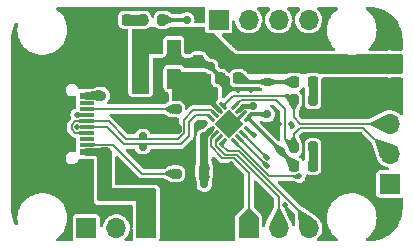
<source format=gtl>
%TF.GenerationSoftware,KiCad,Pcbnew,8.0.7-5-g6f92c4cccf*%
%TF.CreationDate,2025-01-08T11:04:30+08:00*%
%TF.ProjectId,UINIO-USB-UART-CH343,55494e49-4f2d-4555-9342-2d554152542d,Version 5.0.0*%
%TF.SameCoordinates,PX8be9df0PY5020b20*%
%TF.FileFunction,Copper,L1,Top*%
%TF.FilePolarity,Positive*%
%FSLAX46Y46*%
G04 Gerber Fmt 4.6, Leading zero omitted, Abs format (unit mm)*
G04 Created by KiCad (PCBNEW 8.0.7-5-g6f92c4cccf) date 2025-01-08 11:04:30*
%MOMM*%
%LPD*%
G01*
G04 APERTURE LIST*
G04 Aperture macros list*
%AMRoundRect*
0 Rectangle with rounded corners*
0 $1 Rounding radius*
0 $2 $3 $4 $5 $6 $7 $8 $9 X,Y pos of 4 corners*
0 Add a 4 corners polygon primitive as box body*
4,1,4,$2,$3,$4,$5,$6,$7,$8,$9,$2,$3,0*
0 Add four circle primitives for the rounded corners*
1,1,$1+$1,$2,$3*
1,1,$1+$1,$4,$5*
1,1,$1+$1,$6,$7*
1,1,$1+$1,$8,$9*
0 Add four rect primitives between the rounded corners*
20,1,$1+$1,$2,$3,$4,$5,0*
20,1,$1+$1,$4,$5,$6,$7,0*
20,1,$1+$1,$6,$7,$8,$9,0*
20,1,$1+$1,$8,$9,$2,$3,0*%
%AMRotRect*
0 Rectangle, with rotation*
0 The origin of the aperture is its center*
0 $1 length*
0 $2 width*
0 $3 Rotation angle, in degrees counterclockwise*
0 Add horizontal line*
21,1,$1,$2,0,0,$3*%
G04 Aperture macros list end*
%TA.AperFunction,ComponentPad*%
%ADD10R,1.700000X1.700000*%
%TD*%
%TA.AperFunction,ComponentPad*%
%ADD11O,1.700000X1.700000*%
%TD*%
%TA.AperFunction,SMDPad,CuDef*%
%ADD12RoundRect,0.150000X0.200000X-0.150000X0.200000X0.150000X-0.200000X0.150000X-0.200000X-0.150000X0*%
%TD*%
%TA.AperFunction,SMDPad,CuDef*%
%ADD13R,1.200000X1.200000*%
%TD*%
%TA.AperFunction,SMDPad,CuDef*%
%ADD14RoundRect,0.200000X0.275000X-0.200000X0.275000X0.200000X-0.275000X0.200000X-0.275000X-0.200000X0*%
%TD*%
%TA.AperFunction,SMDPad,CuDef*%
%ADD15RoundRect,0.200000X-0.200000X-0.275000X0.200000X-0.275000X0.200000X0.275000X-0.200000X0.275000X0*%
%TD*%
%TA.AperFunction,SMDPad,CuDef*%
%ADD16RoundRect,0.250000X-0.375000X-0.625000X0.375000X-0.625000X0.375000X0.625000X-0.375000X0.625000X0*%
%TD*%
%TA.AperFunction,SMDPad,CuDef*%
%ADD17RoundRect,0.200000X-0.275000X0.200000X-0.275000X-0.200000X0.275000X-0.200000X0.275000X0.200000X0*%
%TD*%
%TA.AperFunction,SMDPad,CuDef*%
%ADD18RoundRect,0.150000X-0.200000X0.150000X-0.200000X-0.150000X0.200000X-0.150000X0.200000X0.150000X0*%
%TD*%
%TA.AperFunction,SMDPad,CuDef*%
%ADD19RoundRect,0.218750X0.218750X0.256250X-0.218750X0.256250X-0.218750X-0.256250X0.218750X-0.256250X0*%
%TD*%
%TA.AperFunction,SMDPad,CuDef*%
%ADD20RoundRect,0.225000X0.225000X0.250000X-0.225000X0.250000X-0.225000X-0.250000X0.225000X-0.250000X0*%
%TD*%
%TA.AperFunction,ComponentPad*%
%ADD21O,2.100000X1.000000*%
%TD*%
%TA.AperFunction,ComponentPad*%
%ADD22O,1.900000X1.000000*%
%TD*%
%TA.AperFunction,SMDPad,CuDef*%
%ADD23R,1.150000X0.600000*%
%TD*%
%TA.AperFunction,SMDPad,CuDef*%
%ADD24R,1.150000X0.300000*%
%TD*%
%TA.AperFunction,SMDPad,CuDef*%
%ADD25RoundRect,0.218750X-0.218750X-0.256250X0.218750X-0.256250X0.218750X0.256250X-0.218750X0.256250X0*%
%TD*%
%TA.AperFunction,SMDPad,CuDef*%
%ADD26RoundRect,0.225000X-0.250000X0.225000X-0.250000X-0.225000X0.250000X-0.225000X0.250000X0.225000X0*%
%TD*%
%TA.AperFunction,SMDPad,CuDef*%
%ADD27RotRect,0.250000X0.750000X135.000000*%
%TD*%
%TA.AperFunction,SMDPad,CuDef*%
%ADD28RotRect,0.750000X0.250000X135.000000*%
%TD*%
%TA.AperFunction,SMDPad,CuDef*%
%ADD29RotRect,1.700000X1.700000X135.000000*%
%TD*%
%TA.AperFunction,ViaPad*%
%ADD30C,0.500000*%
%TD*%
%TA.AperFunction,ViaPad*%
%ADD31C,0.700000*%
%TD*%
%TA.AperFunction,ViaPad*%
%ADD32C,0.900000*%
%TD*%
%TA.AperFunction,Conductor*%
%ADD33C,0.200000*%
%TD*%
%TA.AperFunction,Conductor*%
%ADD34C,0.700000*%
%TD*%
%TA.AperFunction,Conductor*%
%ADD35C,0.900000*%
%TD*%
%TA.AperFunction,Conductor*%
%ADD36C,0.800000*%
%TD*%
%TA.AperFunction,Conductor*%
%ADD37C,0.400000*%
%TD*%
%TA.AperFunction,Conductor*%
%ADD38C,0.500000*%
%TD*%
%TA.AperFunction,Conductor*%
%ADD39C,0.300000*%
%TD*%
G04 APERTURE END LIST*
D10*
%TO.P,J7,1,Pin_1*%
%TO.N,/CH343_VDD_3.3V*%
X3361320Y-18940000D03*
D11*
%TO.P,J7,2,Pin_2*%
%TO.N,/CH343_VIO*%
X5901320Y-18940000D03*
%TO.P,J7,3,Pin_3*%
%TO.N,/CH343_VDD_5V*%
X8441320Y-18940000D03*
%TD*%
D12*
%TO.P,D4,1,A1*%
%TO.N,GND*%
X8150000Y-9800000D03*
%TO.P,D4,2,A2*%
%TO.N,/CH343_USB_Data_P*%
X8150000Y-11200000D03*
%TD*%
D13*
%TO.P,D2,1,K*%
%TO.N,/CH343_VDD_3.3V*%
X7970000Y-3620000D03*
%TO.P,D2,2,A*%
%TO.N,GND*%
X10770000Y-3620000D03*
%TD*%
D14*
%TO.P,R9,1*%
%TO.N,GND*%
X10920000Y-10550000D03*
%TO.P,R9,2*%
%TO.N,Net-(USB1-CC1)*%
X10920000Y-8900000D03*
%TD*%
D15*
%TO.P,R6,1*%
%TO.N,/CH343_TXD*%
X20912500Y-12140000D03*
%TO.P,R6,2*%
%TO.N,Net-(D6-K)*%
X22562500Y-12140000D03*
%TD*%
D16*
%TO.P,F1,1*%
%TO.N,/CH343_VDD_3.3V*%
X7970000Y-6300000D03*
%TO.P,F1,2*%
%TO.N,/CH343_V3*%
X10770000Y-6300000D03*
%TD*%
D15*
%TO.P,R5,1*%
%TO.N,/CH343_RXD*%
X20912500Y-8130000D03*
%TO.P,R5,2*%
%TO.N,Net-(D5-K)*%
X22562500Y-8130000D03*
%TD*%
D17*
%TO.P,R10,1*%
%TO.N,GND*%
X10920000Y-12710000D03*
%TO.P,R10,2*%
%TO.N,Net-(USB1-CC2)*%
X10920000Y-14360000D03*
%TD*%
D18*
%TO.P,D3,1,A1*%
%TO.N,GND*%
X8150000Y-13460000D03*
%TO.P,D3,2,A2*%
%TO.N,/CH343_USB_Data_N*%
X8150000Y-12060000D03*
%TD*%
D15*
%TO.P,R1,1*%
%TO.N,Net-(D1-A)*%
X8147500Y-1330000D03*
%TO.P,R1,2*%
%TO.N,/CH343_V3*%
X9797500Y-1330000D03*
%TD*%
D19*
%TO.P,D5,1,K*%
%TO.N,Net-(D5-K)*%
X22525000Y-6580000D03*
%TO.P,D5,2,A*%
%TO.N,/CH343_VIO*%
X20950000Y-6580000D03*
%TD*%
D20*
%TO.P,C5,1*%
%TO.N,GND*%
X14900000Y-14269000D03*
%TO.P,C5,2*%
%TO.N,/CH343_VDD_5V*%
X13350000Y-14269000D03*
%TD*%
%TO.P,C7,1*%
%TO.N,/CH343_VIO*%
X16240000Y-6280000D03*
%TO.P,C7,2*%
%TO.N,GND*%
X14690000Y-6280000D03*
%TD*%
D21*
%TO.P,USB1,13,GND*%
%TO.N,GND*%
X2631320Y-5825000D03*
%TO.P,USB1,14,GND*%
X2631320Y-14475000D03*
D22*
%TO.P,USB1,15,GND*%
X-1568680Y-5825000D03*
%TO.P,USB1,16,GND*%
X-1568680Y-14475000D03*
D23*
%TO.P,USB1,A1B12,GND*%
X3393320Y-6950000D03*
%TO.P,USB1,A4B9,VBUS*%
%TO.N,/CH343_VDD_5V*%
X3393320Y-7750000D03*
D24*
%TO.P,USB1,A5,CC1*%
%TO.N,Net-(USB1-CC1)*%
X3393320Y-8900000D03*
%TO.P,USB1,A6,DP1*%
%TO.N,/CH343_USB_Data_P*%
X3393320Y-9900000D03*
%TO.P,USB1,A7,DN1*%
%TO.N,/CH343_USB_Data_N*%
X3393320Y-10400000D03*
%TO.P,USB1,A8,SBU1*%
%TO.N,unconnected-(USB1-SBU1-PadA8)*%
X3393320Y-11400000D03*
D23*
%TO.P,USB1,B1A12,GND*%
%TO.N,GND*%
X3393320Y-13350000D03*
%TO.P,USB1,B4A9,VBUS*%
%TO.N,/CH343_VDD_5V*%
X3393320Y-12550000D03*
D24*
%TO.P,USB1,B5,CC2*%
%TO.N,Net-(USB1-CC2)*%
X3393320Y-11900000D03*
%TO.P,USB1,B6,DP2*%
%TO.N,/CH343_USB_Data_P*%
X3393320Y-10900000D03*
%TO.P,USB1,B7,DN2*%
%TO.N,/CH343_USB_Data_N*%
X3393320Y-9400000D03*
%TO.P,USB1,B8,SBU2*%
%TO.N,unconnected-(USB1-SBU2-PadB8)*%
X3393320Y-8400000D03*
%TD*%
D10*
%TO.P,J5,1,Pin_1*%
%TO.N,/CH343_VDD_5V*%
X29060000Y-15225000D03*
D11*
%TO.P,J5,2,Pin_2*%
%TO.N,/CH343_TXD*%
X29060000Y-12685000D03*
%TO.P,J5,3,Pin_3*%
%TO.N,/CH343_RXD*%
X29060000Y-10145000D03*
%TO.P,J5,4,Pin_4*%
%TO.N,GND*%
X29060000Y-7605000D03*
%TO.P,J5,5,Pin_5*%
%TO.N,/CH343_VDD_3.3V*%
X29060000Y-5065000D03*
%TD*%
D25*
%TO.P,D1,1,K*%
%TO.N,GND*%
X5222500Y-1330000D03*
%TO.P,D1,2,A*%
%TO.N,Net-(D1-A)*%
X6797500Y-1330000D03*
%TD*%
D19*
%TO.P,D6,1,K*%
%TO.N,Net-(D6-K)*%
X22525000Y-13690000D03*
%TO.P,D6,2,A*%
%TO.N,/CH343_VIO*%
X20950000Y-13690000D03*
%TD*%
D26*
%TO.P,C6,1*%
%TO.N,GND*%
X12830000Y-4755000D03*
%TO.P,C6,2*%
%TO.N,/CH343_V3*%
X12830000Y-6305000D03*
%TD*%
D27*
%TO.P,U2,1,VIO*%
%TO.N,/CH343_VIO*%
X17022721Y-9653611D03*
%TO.P,U2,2,GND*%
%TO.N,GND*%
X16669874Y-9300765D03*
%TO.P,U2,3,VDD5*%
%TO.N,/CH343_VDD_5V*%
X16315614Y-8946504D03*
%TO.P,U2,4,TXD*%
%TO.N,/CH343_TXD*%
X15962768Y-8593658D03*
D28*
%TO.P,U2,5,RXD*%
%TO.N,/CH343_RXD*%
X14973525Y-8594365D03*
%TO.P,U2,6,V3*%
%TO.N,/CH343_V3*%
X14619972Y-8947918D03*
%TO.P,U2,7,UD+*%
%TO.N,/CH343_USB_Data_P*%
X14266418Y-9301472D03*
%TO.P,U2,8,UD-*%
%TO.N,/CH343_USB_Data_N*%
X13912865Y-9655025D03*
D27*
%TO.P,U2,9,VBUS*%
%TO.N,/CH343_VDD_5V*%
X13912865Y-10644975D03*
%TO.P,U2,10,ACT#*%
%TO.N,/CH343_ACT#*%
X14266418Y-10998528D03*
%TO.P,U2,11,DCD*%
%TO.N,/CH343_DCD*%
X14619972Y-11352082D03*
%TO.P,U2,12,DTRTNOW*%
%TO.N,/CH343_DTR*%
X14972818Y-11704928D03*
D28*
%TO.P,U2,13,RTS*%
%TO.N,/CH343_RTS*%
X15963475Y-11705635D03*
%TO.P,U2,14,DSR*%
%TO.N,/CH343_DSR*%
X16317028Y-11352082D03*
%TO.P,U2,15,CTS*%
%TO.N,/CH343_CTS*%
X16670582Y-10998528D03*
%TO.P,U2,16,RI*%
%TO.N,/CH343_RI*%
X17024135Y-10644975D03*
D29*
%TO.P,U2,17,EP*%
%TO.N,GND*%
X15468500Y-10150000D03*
%TD*%
D10*
%TO.P,J4,1,Pin_1*%
%TO.N,/CH343_ACT#*%
X17120000Y-18940000D03*
D11*
%TO.P,J4,2,Pin_2*%
%TO.N,/CH343_DCD*%
X19660000Y-18940000D03*
%TO.P,J4,3,Pin_3*%
%TO.N,/CH343_DTR*%
X22200000Y-18940000D03*
%TD*%
D10*
%TO.P,J6,1,Pin_1*%
%TO.N,/CH343_RI*%
X14570000Y-1330000D03*
D11*
%TO.P,J6,2,Pin_2*%
%TO.N,/CH343_CTS*%
X17110000Y-1330000D03*
%TO.P,J6,3,Pin_3*%
%TO.N,/CH343_DSR*%
X19650000Y-1330000D03*
%TO.P,J6,4,Pin_4*%
%TO.N,/CH343_RTS*%
X22190000Y-1330000D03*
%TD*%
D30*
%TO.N,GND*%
X15580000Y-13540000D03*
X14210000Y-13210000D03*
X12160000Y-13730000D03*
X15970000Y-14270000D03*
D31*
%TO.N,/CH343_VDD_5V*%
X13350000Y-15250000D03*
D30*
%TO.N,GND*%
X15468500Y-9450000D03*
X15468500Y-10850000D03*
X14750000Y-10150000D03*
X16200000Y-10150000D03*
X25850000Y-11380000D03*
X25850000Y-13910000D03*
X-1080000Y-4710000D03*
X23808337Y-3480000D03*
X-80000Y-15600000D03*
D31*
X13900000Y-5280000D03*
D30*
X920000Y-4710000D03*
X1920000Y-4710000D03*
X22820000Y-16980000D03*
X-1080000Y-15600000D03*
X17320000Y-7300000D03*
X9560000Y-13460000D03*
X9550000Y-9800000D03*
X29060000Y-2190000D03*
X-80000Y-4710000D03*
X20347986Y-3480000D03*
X15468500Y-10150000D03*
X20690000Y-10150000D03*
X15940000Y-3480000D03*
X16210000Y-7300000D03*
X15100000Y-7300000D03*
X9560000Y-10550000D03*
X-2080000Y-15600000D03*
X-2080000Y-4710000D03*
X9560000Y-12710000D03*
X920000Y-15600000D03*
X17944653Y-3480000D03*
X1920000Y-15600000D03*
X22433199Y-3476801D03*
X19690000Y-10150000D03*
D31*
%TO.N,/CH343_VDD_5V*%
X17450000Y-8650000D03*
D32*
X4640000Y-7740000D03*
D31*
X13350000Y-11200000D03*
D32*
X5050000Y-12550000D03*
D31*
%TO.N,/CH343_V3*%
X11870000Y-6680000D03*
X11870000Y-1330000D03*
%TO.N,/CH343_VDD_3.3V*%
X7970000Y-4950000D03*
%TO.N,/CH343_VIO*%
X19820000Y-12448999D03*
X18700000Y-9340000D03*
X18700000Y-6580000D03*
D30*
%TO.N,/CH343_DSR*%
X18664946Y-13700000D03*
%TO.N,/CH343_RTS*%
X21378160Y-14583160D03*
%TO.N,/CH343_CTS*%
X18671053Y-12998999D03*
%TO.N,/CH343_USB_Data_N*%
X2570000Y-9400000D03*
X2570000Y-10400000D03*
%TO.N,/CH343_RI*%
X17540000Y-11110000D03*
%TO.N,GND*%
X18390000Y-16980000D03*
X20160000Y-16980000D03*
%TD*%
D33*
%TO.N,/CH343_USB_Data_P*%
X13934946Y-8970000D02*
X14266418Y-9301472D01*
X12417153Y-8970000D02*
X13934946Y-8970000D01*
X11600000Y-10916226D02*
X11600000Y-9787153D01*
X8350000Y-11400000D02*
X11116226Y-11400000D01*
X8150000Y-11200000D02*
X8350000Y-11400000D01*
X11116226Y-11400000D02*
X11600000Y-10916226D01*
X11600000Y-9787153D02*
X12417153Y-8970000D01*
%TO.N,/CH343_USB_Data_N*%
X12633553Y-9390000D02*
X13647840Y-9390000D01*
X12050000Y-9973553D02*
X12633553Y-9390000D01*
X13647840Y-9390000D02*
X13912865Y-9655025D01*
X12050000Y-11150000D02*
X12050000Y-9973553D01*
X8350000Y-11860000D02*
X11340000Y-11860000D01*
X8150000Y-12060000D02*
X8350000Y-11860000D01*
X11340000Y-11860000D02*
X12050000Y-11150000D01*
D34*
%TO.N,/CH343_VDD_5V*%
X5050000Y-12550000D02*
X3393320Y-12550000D01*
D33*
%TO.N,/CH343_USB_Data_P*%
X2433603Y-10900000D02*
X3393320Y-10900000D01*
X2120000Y-10213603D02*
X2120000Y-10586397D01*
X2120000Y-10586397D02*
X2433603Y-10900000D01*
X3393320Y-9900000D02*
X2433603Y-9900000D01*
X2433603Y-9900000D02*
X2120000Y-10213603D01*
D35*
%TO.N,Net-(D1-A)*%
X6797500Y-1330000D02*
X8147500Y-1330000D01*
D36*
%TO.N,Net-(D5-K)*%
X22562500Y-6617500D02*
X22525000Y-6580000D01*
X22562500Y-8130000D02*
X22562500Y-6617500D01*
%TO.N,Net-(D6-K)*%
X22562500Y-13652500D02*
X22525000Y-13690000D01*
X22562500Y-12140000D02*
X22562500Y-13652500D01*
D37*
%TO.N,/CH343_VDD_5V*%
X16614906Y-8647212D02*
X16315614Y-8946504D01*
X17450000Y-8650000D02*
X17447212Y-8647212D01*
X17447212Y-8647212D02*
X16614906Y-8647212D01*
D34*
X13350000Y-15250000D02*
X13350000Y-14269000D01*
X13341320Y-13921320D02*
X13341320Y-11200000D01*
X13350000Y-13930000D02*
X13341320Y-13921320D01*
X13350000Y-14269000D02*
X13350000Y-13930000D01*
D38*
X13912865Y-10644975D02*
X13400000Y-11157840D01*
D33*
%TO.N,GND*%
X22433199Y-3476801D02*
X22436398Y-3480000D01*
D37*
X-1568680Y-5825000D02*
X2631320Y-5825000D01*
D33*
X17944653Y-3480000D02*
X20347986Y-3480000D01*
X22430000Y-3480000D02*
X20347986Y-3480000D01*
X17944653Y-3480000D02*
X15940000Y-3480000D01*
D37*
X2710000Y-5825000D02*
X3393320Y-6508320D01*
X2710000Y-14475000D02*
X3393320Y-13791680D01*
X3393320Y-6508320D02*
X3393320Y-6950000D01*
D39*
X16669874Y-9300765D02*
X15820639Y-10150000D01*
D33*
X22433199Y-3476801D02*
X22430000Y-3480000D01*
D37*
X3393320Y-13791680D02*
X3393320Y-13350000D01*
X-1568680Y-14475000D02*
X-1568680Y-5825000D01*
X2631320Y-14475000D02*
X-1568680Y-14475000D01*
D33*
X22436398Y-3480000D02*
X23808337Y-3480000D01*
D34*
%TO.N,/CH343_VDD_5V*%
X3393320Y-7750000D02*
X4630000Y-7750000D01*
X4630000Y-7750000D02*
X4640000Y-7740000D01*
D39*
%TO.N,/CH343_V3*%
X11870000Y-1330000D02*
X9797500Y-1330000D01*
D37*
X14619972Y-8947918D02*
X12830000Y-7157946D01*
X12830000Y-7157946D02*
X12830000Y-6305000D01*
D39*
%TO.N,/CH343_VIO*%
X18700000Y-6580000D02*
X16540000Y-6580000D01*
X18700000Y-9340000D02*
X17336332Y-9340000D01*
X19820000Y-12448999D02*
X19820000Y-12450890D01*
X17336332Y-9340000D02*
X17022721Y-9653611D01*
X18700000Y-6580000D02*
X20980000Y-6580000D01*
X16540000Y-6580000D02*
X16240000Y-6280000D01*
X19820000Y-12448999D02*
X19818109Y-12448999D01*
X19820000Y-12450890D02*
X20950000Y-13580890D01*
X19818109Y-12448999D02*
X17022721Y-9653611D01*
D33*
%TO.N,/CH343_DSR*%
X18664946Y-13700000D02*
X16317028Y-11352082D01*
%TO.N,/CH343_DTR*%
X15330000Y-12450000D02*
X16283576Y-12450000D01*
X14778873Y-11898873D02*
X15330000Y-12450000D01*
X16283576Y-12450000D02*
X22200000Y-18366424D01*
%TO.N,/CH343_DCD*%
X14320000Y-11652054D02*
X14320000Y-11980000D01*
X19660000Y-16320000D02*
X19660000Y-18940000D01*
X14619972Y-11352082D02*
X14320000Y-11652054D01*
X16090000Y-12750000D02*
X19660000Y-16320000D01*
X14320000Y-11980000D02*
X15090000Y-12750000D01*
X15090000Y-12750000D02*
X16090000Y-12750000D01*
%TO.N,/CH343_ACT#*%
X15897276Y-13050000D02*
X17120000Y-14272724D01*
X13891320Y-12051320D02*
X14890000Y-13050000D01*
X13891320Y-11373626D02*
X13891320Y-12051320D01*
X17120000Y-14272724D02*
X17120000Y-18940000D01*
X14266418Y-10998528D02*
X13891320Y-11373626D01*
X14890000Y-13050000D02*
X15897276Y-13050000D01*
%TO.N,/CH343_TXD*%
X15962768Y-8593658D02*
X16456426Y-8100000D01*
X20190000Y-8880000D02*
X20190000Y-11417500D01*
X16456426Y-8100000D02*
X19410000Y-8100000D01*
X20190000Y-11417500D02*
X20912500Y-12140000D01*
X19410000Y-8100000D02*
X20190000Y-8880000D01*
X20912500Y-12140000D02*
X20912500Y-11017500D01*
X26820000Y-10450000D02*
X29055000Y-12685000D01*
X20912500Y-11017500D02*
X21480000Y-10450000D01*
X21480000Y-10450000D02*
X26820000Y-10450000D01*
%TO.N,/CH343_RXD*%
X20945000Y-8060000D02*
X20945000Y-9595000D01*
X15817890Y-7750000D02*
X20635000Y-7750000D01*
X20635000Y-7750000D02*
X20945000Y-8060000D01*
X14973525Y-8594365D02*
X15817890Y-7750000D01*
X21495000Y-10145000D02*
X29060000Y-10145000D01*
X20945000Y-9595000D02*
X21495000Y-10145000D01*
%TO.N,/CH343_RTS*%
X18841000Y-14583160D02*
X15963475Y-11705635D01*
X21378160Y-14583160D02*
X18841000Y-14583160D01*
%TO.N,/CH343_CTS*%
X18671053Y-12998999D02*
X16670582Y-10998528D01*
%TO.N,Net-(USB1-CC1)*%
X3393320Y-8900000D02*
X10920000Y-8900000D01*
%TO.N,Net-(USB1-CC2)*%
X3393320Y-11900000D02*
X5600000Y-11900000D01*
X8050000Y-14350000D02*
X10915000Y-14350000D01*
X5600000Y-11900000D02*
X8050000Y-14350000D01*
%TO.N,/CH343_USB_Data_P*%
X6738200Y-11400000D02*
X7950000Y-11400000D01*
X5263200Y-9925000D02*
X6738200Y-11400000D01*
X4280821Y-9925000D02*
X5263200Y-9925000D01*
X7950000Y-11400000D02*
X8150000Y-11200000D01*
X4255821Y-9900000D02*
X4280821Y-9925000D01*
X3393320Y-9900000D02*
X4255821Y-9900000D01*
%TO.N,/CH343_USB_Data_N*%
X3393320Y-9400000D02*
X2511320Y-9400000D01*
X6561800Y-11860000D02*
X7950000Y-11860000D01*
X3393320Y-10400000D02*
X4255821Y-10400000D01*
X4255821Y-10400000D02*
X4280821Y-10375000D01*
X5076800Y-10375000D02*
X6561800Y-11860000D01*
X7950000Y-11860000D02*
X8150000Y-12060000D01*
X4280821Y-10375000D02*
X5076800Y-10375000D01*
%TO.N,/CH343_RI*%
X17491320Y-11110000D02*
X17026295Y-10644975D01*
X17540000Y-11110000D02*
X17491320Y-11110000D01*
%TD*%
%TA.AperFunction,Conductor*%
%TO.N,/CH343_VDD_3.3V*%
G36*
X9198102Y-1919685D02*
G01*
X9230327Y-1949686D01*
X9239954Y-1962546D01*
X9239955Y-1962546D01*
X9239956Y-1962548D01*
X9355164Y-2048793D01*
X9355171Y-2048797D01*
X9400118Y-2065561D01*
X9490017Y-2099091D01*
X9549627Y-2105500D01*
X10045372Y-2105499D01*
X10104983Y-2099091D01*
X10239831Y-2048796D01*
X10333757Y-1978482D01*
X10347570Y-1969510D01*
X10443844Y-1915739D01*
X10504307Y-1900000D01*
X11525723Y-1900000D01*
X11583347Y-1914203D01*
X11637635Y-1942696D01*
X11695130Y-1956867D01*
X11791014Y-1980500D01*
X11791015Y-1980500D01*
X11948985Y-1980500D01*
X12102365Y-1942696D01*
X12156652Y-1914203D01*
X12214277Y-1900000D01*
X13295501Y-1900000D01*
X13362540Y-1919685D01*
X13408295Y-1972489D01*
X13419501Y-2024000D01*
X13419501Y-2224856D01*
X13419502Y-2224882D01*
X13422413Y-2249987D01*
X13422415Y-2249991D01*
X13467793Y-2352764D01*
X13467794Y-2352765D01*
X13547235Y-2432206D01*
X13650009Y-2477585D01*
X13675135Y-2480500D01*
X14169139Y-2480499D01*
X14236176Y-2500183D01*
X14256818Y-2516818D01*
X15414483Y-3674483D01*
X15441363Y-3714711D01*
X15447161Y-3728708D01*
X15459139Y-3757625D01*
X15547379Y-3872621D01*
X15662375Y-3960861D01*
X15705287Y-3978635D01*
X15745515Y-4005515D01*
X15980000Y-4240000D01*
X25354013Y-4240000D01*
X25387467Y-4244598D01*
X25411631Y-4251368D01*
X25411642Y-4251371D01*
X25661920Y-4285771D01*
X25696321Y-4290500D01*
X25696322Y-4290500D01*
X25983679Y-4290500D01*
X26014370Y-4286281D01*
X26268358Y-4251371D01*
X26275690Y-4249316D01*
X26292533Y-4244598D01*
X26325987Y-4240000D01*
X30025500Y-4240000D01*
X30092539Y-4259685D01*
X30138294Y-4312489D01*
X30149500Y-4364000D01*
X30149500Y-5776000D01*
X30129815Y-5843039D01*
X30077011Y-5888794D01*
X30025500Y-5900000D01*
X23086000Y-5900000D01*
X23018961Y-5880315D01*
X23011083Y-5874810D01*
X23000632Y-5866885D01*
X22867846Y-5814521D01*
X22867845Y-5814520D01*
X22867843Y-5814520D01*
X22784402Y-5804500D01*
X22265598Y-5804500D01*
X22182156Y-5814520D01*
X22182155Y-5814520D01*
X22049367Y-5866885D01*
X22043446Y-5871375D01*
X22038924Y-5874804D01*
X21973614Y-5899627D01*
X21964000Y-5900000D01*
X21511000Y-5900000D01*
X21443961Y-5880315D01*
X21436083Y-5874810D01*
X21425632Y-5866885D01*
X21292846Y-5814521D01*
X21292845Y-5814520D01*
X21292843Y-5814520D01*
X21209402Y-5804500D01*
X20690598Y-5804500D01*
X20607156Y-5814520D01*
X20607148Y-5814522D01*
X20474370Y-5866884D01*
X20474368Y-5866884D01*
X20463921Y-5874807D01*
X20398608Y-5899627D01*
X20389000Y-5900000D01*
X17100189Y-5900000D01*
X17033150Y-5880315D01*
X17010412Y-5861534D01*
X16965620Y-5814520D01*
X16944022Y-5791851D01*
X16932742Y-5776593D01*
X16932490Y-5776785D01*
X16927364Y-5770025D01*
X16840078Y-5654922D01*
X16840076Y-5654921D01*
X16840076Y-5654920D01*
X16724976Y-5567636D01*
X16590588Y-5514640D01*
X16547242Y-5509435D01*
X16506144Y-5504500D01*
X15973856Y-5504500D01*
X15935841Y-5509065D01*
X15889411Y-5514640D01*
X15755023Y-5567636D01*
X15639923Y-5654920D01*
X15563804Y-5755298D01*
X15507611Y-5796821D01*
X15437890Y-5801372D01*
X15376776Y-5767507D01*
X15366196Y-5755298D01*
X15290076Y-5654920D01*
X15174976Y-5567636D01*
X15040588Y-5514640D01*
X14997242Y-5509435D01*
X14956144Y-5504500D01*
X14956138Y-5504500D01*
X14795862Y-5504500D01*
X14728823Y-5484815D01*
X14708181Y-5468181D01*
X14590410Y-5350410D01*
X14556925Y-5289087D01*
X14554997Y-5277689D01*
X14536237Y-5123182D01*
X14480220Y-4975477D01*
X14390483Y-4845470D01*
X14272240Y-4740717D01*
X14272238Y-4740716D01*
X14272237Y-4740715D01*
X14132365Y-4667303D01*
X13978986Y-4629500D01*
X13978985Y-4629500D01*
X13920862Y-4629500D01*
X13853823Y-4609815D01*
X13833181Y-4593181D01*
X13581641Y-4341641D01*
X13553969Y-4299453D01*
X13542364Y-4270025D01*
X13538451Y-4264865D01*
X13455078Y-4154921D01*
X13339976Y-4067636D01*
X13205588Y-4014640D01*
X13162242Y-4009435D01*
X13121144Y-4004500D01*
X12538856Y-4004500D01*
X12500841Y-4009065D01*
X12454411Y-4014640D01*
X12320023Y-4067636D01*
X12204921Y-4154921D01*
X12185203Y-4180925D01*
X12129011Y-4222448D01*
X12086399Y-4230000D01*
X11794500Y-4230000D01*
X11727461Y-4210315D01*
X11681706Y-4157511D01*
X11670500Y-4106000D01*
X11670499Y-2975143D01*
X11670499Y-2975137D01*
X11670499Y-2975136D01*
X11668558Y-2958397D01*
X11667586Y-2950012D01*
X11667585Y-2950010D01*
X11667585Y-2950009D01*
X11622206Y-2847235D01*
X11542765Y-2767794D01*
X11491708Y-2745250D01*
X11439992Y-2722415D01*
X11414865Y-2719500D01*
X10125143Y-2719500D01*
X10125117Y-2719502D01*
X10100012Y-2722413D01*
X10100008Y-2722415D01*
X9997235Y-2767793D01*
X9917794Y-2847234D01*
X9872415Y-2950006D01*
X9872415Y-2950008D01*
X9871542Y-2957537D01*
X9869500Y-2975135D01*
X9869500Y-3563202D01*
X9869501Y-4106000D01*
X9849816Y-4173039D01*
X9797013Y-4218794D01*
X9745501Y-4230000D01*
X8710000Y-4230000D01*
X8710000Y-7476000D01*
X8690315Y-7543039D01*
X8637511Y-7588794D01*
X8586000Y-7600000D01*
X7354000Y-7600000D01*
X7286961Y-7580315D01*
X7241206Y-7527511D01*
X7230000Y-7476000D01*
X7230000Y-2204500D01*
X7249685Y-2137461D01*
X7302489Y-2091706D01*
X7354000Y-2080500D01*
X7767800Y-2080500D01*
X7811132Y-2088317D01*
X7820217Y-2091706D01*
X7840011Y-2099089D01*
X7840017Y-2099091D01*
X7899627Y-2105500D01*
X8395372Y-2105499D01*
X8454983Y-2099091D01*
X8589831Y-2048796D01*
X8705046Y-1962546D01*
X8714671Y-1949687D01*
X8770604Y-1907818D01*
X8813937Y-1900000D01*
X9131063Y-1900000D01*
X9198102Y-1919685D01*
G37*
%TD.AperFunction*%
%TD*%
%TA.AperFunction,Conductor*%
%TO.N,/CH343_V3*%
G36*
X13469567Y-5769685D02*
G01*
X13484754Y-5781184D01*
X13527759Y-5819283D01*
X13527761Y-5819284D01*
X13667634Y-5892696D01*
X13821014Y-5930500D01*
X13828460Y-5931404D01*
X13828119Y-5934205D01*
X13882539Y-5950185D01*
X13928294Y-6002989D01*
X13939500Y-6054500D01*
X13939500Y-6571144D01*
X13944825Y-6615494D01*
X13949640Y-6655588D01*
X14002636Y-6789976D01*
X14089921Y-6905078D01*
X14205023Y-6992363D01*
X14205024Y-6992363D01*
X14205025Y-6992364D01*
X14339410Y-7045359D01*
X14423856Y-7055500D01*
X14423862Y-7055500D01*
X14427535Y-7055941D01*
X14427417Y-7056919D01*
X14489138Y-7079117D01*
X14531664Y-7134554D01*
X14540000Y-7179251D01*
X14540000Y-8021226D01*
X14520315Y-8088265D01*
X14503682Y-8108907D01*
X14375766Y-8236823D01*
X14375763Y-8236827D01*
X14360056Y-8256655D01*
X14326818Y-8342454D01*
X14319472Y-8361416D01*
X14319472Y-8473761D01*
X14319997Y-8475117D01*
X14320219Y-8477761D01*
X14321583Y-8485054D01*
X14320845Y-8485191D01*
X14325860Y-8544740D01*
X14293150Y-8606480D01*
X14232254Y-8640735D01*
X14162505Y-8636630D01*
X14142371Y-8627298D01*
X14089537Y-8596794D01*
X14089534Y-8596793D01*
X13987673Y-8569500D01*
X12469880Y-8569500D01*
X12364426Y-8569500D01*
X12262563Y-8596793D01*
X12171240Y-8649520D01*
X12171237Y-8649522D01*
X11907180Y-8913579D01*
X11845857Y-8947064D01*
X11776165Y-8942080D01*
X11720232Y-8900208D01*
X11695815Y-8834744D01*
X11695499Y-8825898D01*
X11695499Y-8652129D01*
X11695498Y-8652123D01*
X11695218Y-8649522D01*
X11689091Y-8592517D01*
X11684243Y-8579520D01*
X11638797Y-8457671D01*
X11638793Y-8457664D01*
X11552547Y-8342455D01*
X11552544Y-8342452D01*
X11437335Y-8256206D01*
X11437328Y-8256202D01*
X11302482Y-8205908D01*
X11302483Y-8205908D01*
X11242883Y-8199501D01*
X11242881Y-8199500D01*
X11242873Y-8199500D01*
X11242865Y-8199500D01*
X10764000Y-8199500D01*
X10696961Y-8179815D01*
X10651206Y-8127011D01*
X10640000Y-8075500D01*
X10640000Y-5874000D01*
X10659685Y-5806961D01*
X10712489Y-5761206D01*
X10764000Y-5750000D01*
X13402528Y-5750000D01*
X13469567Y-5769685D01*
G37*
%TD.AperFunction*%
%TD*%
%TA.AperFunction,Conductor*%
%TO.N,GND*%
G36*
X13370607Y-270185D02*
G01*
X13416362Y-322989D01*
X13426306Y-392147D01*
X13423219Y-407050D01*
X13422415Y-410001D01*
X13419500Y-435131D01*
X13419500Y-1470500D01*
X13399815Y-1537539D01*
X13347011Y-1583294D01*
X13295500Y-1594500D01*
X12633129Y-1594500D01*
X12566090Y-1574815D01*
X12520335Y-1522011D01*
X12510033Y-1455553D01*
X12516303Y-1403919D01*
X12525278Y-1330000D01*
X12519271Y-1280523D01*
X12506237Y-1173181D01*
X12484992Y-1117164D01*
X12450220Y-1025477D01*
X12360483Y-895470D01*
X12242240Y-790717D01*
X12242238Y-790716D01*
X12242237Y-790715D01*
X12102365Y-717303D01*
X11948986Y-679500D01*
X11948985Y-679500D01*
X11791015Y-679500D01*
X11791014Y-679500D01*
X11637634Y-717303D01*
X11497762Y-790715D01*
X11497760Y-790717D01*
X11434994Y-846323D01*
X11432744Y-848316D01*
X11369510Y-878037D01*
X11350517Y-879500D01*
X10718266Y-879500D01*
X10657801Y-863759D01*
X10370211Y-703132D01*
X10347582Y-690493D01*
X10333738Y-681501D01*
X10239835Y-611206D01*
X10239828Y-611202D01*
X10104986Y-560910D01*
X10104985Y-560909D01*
X10104983Y-560909D01*
X10045373Y-554500D01*
X10045363Y-554500D01*
X9549629Y-554500D01*
X9549623Y-554501D01*
X9490016Y-560908D01*
X9355171Y-611202D01*
X9355164Y-611206D01*
X9239955Y-697452D01*
X9239952Y-697455D01*
X9153706Y-812664D01*
X9153702Y-812671D01*
X9103410Y-947513D01*
X9103409Y-947517D01*
X9097000Y-1007127D01*
X9097000Y-1007134D01*
X9097000Y-1007135D01*
X9097000Y-1037757D01*
X9077315Y-1104796D01*
X9024511Y-1150551D01*
X8955353Y-1160495D01*
X8891797Y-1131470D01*
X8858438Y-1085207D01*
X8857434Y-1082782D01*
X8847999Y-1035340D01*
X8847999Y-1007129D01*
X8847998Y-1007123D01*
X8845596Y-984780D01*
X8841591Y-947517D01*
X8828570Y-912607D01*
X8791297Y-812671D01*
X8791293Y-812664D01*
X8705047Y-697455D01*
X8705044Y-697452D01*
X8589835Y-611206D01*
X8589828Y-611202D01*
X8454986Y-560910D01*
X8454985Y-560909D01*
X8454983Y-560909D01*
X8395373Y-554500D01*
X8395363Y-554500D01*
X7899629Y-554500D01*
X7899623Y-554501D01*
X7840018Y-560908D01*
X7821047Y-567984D01*
X7811132Y-571682D01*
X7767800Y-579500D01*
X7201896Y-579500D01*
X7156405Y-570854D01*
X7140348Y-564521D01*
X7140343Y-564520D01*
X7056902Y-554500D01*
X6538098Y-554500D01*
X6454656Y-564520D01*
X6454655Y-564520D01*
X6321865Y-616886D01*
X6208132Y-703132D01*
X6121886Y-816865D01*
X6069520Y-949655D01*
X6069520Y-949656D01*
X6059500Y-1033097D01*
X6059500Y-1181029D01*
X6057117Y-1205221D01*
X6047000Y-1256079D01*
X6047000Y-1403919D01*
X6057117Y-1454777D01*
X6059500Y-1478970D01*
X6059500Y-1626902D01*
X6069520Y-1710343D01*
X6069520Y-1710344D01*
X6121886Y-1843134D01*
X6208132Y-1956867D01*
X6321865Y-2043113D01*
X6321868Y-2043115D01*
X6454654Y-2095479D01*
X6538098Y-2105500D01*
X6800500Y-2105500D01*
X6867539Y-2125185D01*
X6913294Y-2177989D01*
X6924500Y-2229500D01*
X6924500Y-7476000D01*
X6924501Y-7476009D01*
X6931481Y-7540935D01*
X6931483Y-7540947D01*
X6942688Y-7592453D01*
X6953644Y-7630654D01*
X6953646Y-7630658D01*
X6982797Y-7680503D01*
X7010325Y-7727571D01*
X7028425Y-7748460D01*
X7056081Y-7780376D01*
X7056091Y-7780387D01*
X7100807Y-7822548D01*
X7100809Y-7822549D01*
X7100813Y-7822553D01*
X7200889Y-7873439D01*
X7267928Y-7893124D01*
X7354000Y-7905500D01*
X7354003Y-7905500D01*
X8585990Y-7905500D01*
X8586000Y-7905500D01*
X8650941Y-7898518D01*
X8702452Y-7887312D01*
X8740658Y-7876354D01*
X8837571Y-7819675D01*
X8890375Y-7773920D01*
X8890382Y-7773912D01*
X8890387Y-7773908D01*
X8932548Y-7729192D01*
X8932553Y-7729187D01*
X8983439Y-7629111D01*
X9003124Y-7562072D01*
X9015500Y-7476000D01*
X9015500Y-4659500D01*
X9035185Y-4592461D01*
X9087989Y-4546706D01*
X9139500Y-4535500D01*
X9745491Y-4535500D01*
X9745501Y-4535500D01*
X9810441Y-4528518D01*
X9861953Y-4517312D01*
X9900162Y-4506354D01*
X9997075Y-4449673D01*
X10049878Y-4403918D01*
X10092054Y-4359187D01*
X10142940Y-4259111D01*
X10162625Y-4192072D01*
X10175001Y-4105999D01*
X10175000Y-3563202D01*
X10175000Y-3149000D01*
X10194685Y-3081961D01*
X10247489Y-3036206D01*
X10299000Y-3025000D01*
X11240999Y-3025000D01*
X11308038Y-3044685D01*
X11353793Y-3097489D01*
X11364999Y-3149000D01*
X11364999Y-4105989D01*
X11365001Y-4106009D01*
X11371981Y-4170935D01*
X11371983Y-4170947D01*
X11383188Y-4222453D01*
X11394144Y-4260654D01*
X11394146Y-4260658D01*
X11450823Y-4357568D01*
X11450825Y-4357571D01*
X11496581Y-4410376D01*
X11496591Y-4410387D01*
X11541307Y-4452548D01*
X11541309Y-4452549D01*
X11541313Y-4452553D01*
X11641389Y-4503439D01*
X11708428Y-4523124D01*
X11794500Y-4535500D01*
X11794503Y-4535500D01*
X12086407Y-4535500D01*
X12135820Y-4531154D01*
X12139711Y-4530812D01*
X12182323Y-4523260D01*
X12209552Y-4517140D01*
X12310569Y-4468145D01*
X12366761Y-4426622D01*
X12409060Y-4384842D01*
X12421255Y-4374274D01*
X12457584Y-4346725D01*
X12487012Y-4330179D01*
X12515041Y-4319126D01*
X12545743Y-4311367D01*
X12549785Y-4310882D01*
X12564550Y-4310000D01*
X13095446Y-4310000D01*
X13110213Y-4310882D01*
X13113463Y-4311271D01*
X13114240Y-4311365D01*
X13144960Y-4319127D01*
X13172983Y-4330178D01*
X13202412Y-4346724D01*
X13223450Y-4362678D01*
X13247324Y-4386554D01*
X13270922Y-4417674D01*
X13282212Y-4435544D01*
X13298512Y-4466998D01*
X13298517Y-4467008D01*
X13326186Y-4509192D01*
X13326189Y-4509196D01*
X13326190Y-4509197D01*
X13365620Y-4557662D01*
X13617160Y-4809202D01*
X13638384Y-4828266D01*
X13641493Y-4831059D01*
X13662174Y-4847724D01*
X13667672Y-4852051D01*
X13667675Y-4852053D01*
X13767751Y-4902939D01*
X13834790Y-4922624D01*
X13920862Y-4935000D01*
X13926841Y-4935000D01*
X13956514Y-4938603D01*
X14008611Y-4951443D01*
X14036561Y-4962042D01*
X14084093Y-4986989D01*
X14108686Y-5003965D01*
X14148865Y-5039559D01*
X14168684Y-5061929D01*
X14199174Y-5106102D01*
X14213062Y-5132564D01*
X14218620Y-5147220D01*
X14232096Y-5182754D01*
X14239249Y-5211775D01*
X14251726Y-5314531D01*
X14253773Y-5328630D01*
X14255703Y-5340036D01*
X14288795Y-5435502D01*
X14322280Y-5496824D01*
X14374380Y-5566420D01*
X14374386Y-5566427D01*
X14374389Y-5566431D01*
X14492160Y-5684202D01*
X14512929Y-5702857D01*
X14516493Y-5706059D01*
X14537174Y-5722724D01*
X14542672Y-5727051D01*
X14542675Y-5727053D01*
X14642751Y-5777939D01*
X14709790Y-5797624D01*
X14795862Y-5810000D01*
X14930446Y-5810000D01*
X14945213Y-5810882D01*
X14948463Y-5811271D01*
X14949240Y-5811365D01*
X14979956Y-5819126D01*
X15007988Y-5830180D01*
X15037417Y-5846727D01*
X15058445Y-5862674D01*
X15082318Y-5886548D01*
X15092399Y-5899841D01*
X15122773Y-5939894D01*
X15135322Y-5955367D01*
X15145902Y-5967576D01*
X15145904Y-5967578D01*
X15145905Y-5967579D01*
X15228698Y-6034720D01*
X15228700Y-6034721D01*
X15228704Y-6034724D01*
X15289818Y-6068589D01*
X15346320Y-6092826D01*
X15380294Y-6096909D01*
X15444506Y-6124451D01*
X15483634Y-6182337D01*
X15489500Y-6220023D01*
X15489500Y-6571144D01*
X15492360Y-6594960D01*
X15499640Y-6655588D01*
X15552636Y-6789976D01*
X15639921Y-6905078D01*
X15755023Y-6992363D01*
X15755024Y-6992363D01*
X15755025Y-6992364D01*
X15889410Y-7045359D01*
X15973856Y-7055500D01*
X16444720Y-7055500D01*
X16462907Y-7056840D01*
X16484171Y-7059994D01*
X16484173Y-7059993D01*
X16484174Y-7059994D01*
X17130169Y-7035711D01*
X17130866Y-7035683D01*
X17131594Y-7035655D01*
X17140186Y-7033672D01*
X17168057Y-7030500D01*
X17919385Y-7030500D01*
X17955696Y-7035936D01*
X18187529Y-7106936D01*
X18245865Y-7145388D01*
X18274152Y-7209276D01*
X18263408Y-7278315D01*
X18217044Y-7330585D01*
X18151218Y-7349500D01*
X15765163Y-7349500D01*
X15663303Y-7376793D01*
X15663302Y-7376793D01*
X15663300Y-7376794D01*
X15663299Y-7376794D01*
X15601787Y-7412309D01*
X15571980Y-7429517D01*
X15571975Y-7429521D01*
X15060164Y-7941331D01*
X14998841Y-7974816D01*
X14929149Y-7969832D01*
X14927719Y-7969288D01*
X14924693Y-7968116D01*
X14869296Y-7925537D01*
X14845713Y-7859767D01*
X14845500Y-7852494D01*
X14845500Y-7179252D01*
X14845499Y-7179233D01*
X14840323Y-7123256D01*
X14840322Y-7123241D01*
X14837281Y-7106936D01*
X14831990Y-7078563D01*
X14831986Y-7078546D01*
X14827552Y-7059994D01*
X14824861Y-7048732D01*
X14824862Y-7048732D01*
X14774059Y-6948611D01*
X14731536Y-6893178D01*
X14731533Y-6893174D01*
X14689393Y-6848405D01*
X14592528Y-6791644D01*
X14592529Y-6791644D01*
X14592525Y-6791642D01*
X14507266Y-6760979D01*
X14500237Y-6762073D01*
X14479319Y-6757444D01*
X14463957Y-6752620D01*
X14463955Y-6752619D01*
X14463953Y-6752619D01*
X14460280Y-6752178D01*
X14460270Y-6752177D01*
X14458660Y-6751984D01*
X14458641Y-6751982D01*
X14445503Y-6750404D01*
X14430741Y-6748631D01*
X14400041Y-6740871D01*
X14372017Y-6729820D01*
X14342580Y-6713268D01*
X14321551Y-6697321D01*
X14297676Y-6673447D01*
X14281726Y-6652414D01*
X14265177Y-6622980D01*
X14254128Y-6594960D01*
X14246367Y-6564250D01*
X14245884Y-6560226D01*
X14245000Y-6545448D01*
X14245000Y-6054510D01*
X14245000Y-6054500D01*
X14238018Y-5989559D01*
X14226812Y-5938048D01*
X14215854Y-5899842D01*
X14159175Y-5802929D01*
X14154578Y-5797624D01*
X14113428Y-5750134D01*
X14113425Y-5750131D01*
X14113420Y-5750125D01*
X14068689Y-5707948D01*
X13968612Y-5657061D01*
X13941341Y-5649053D01*
X13932410Y-5643313D01*
X13791379Y-5608553D01*
X13763426Y-5597951D01*
X13715907Y-5573010D01*
X13691311Y-5556033D01*
X13687346Y-5552521D01*
X13687344Y-5552519D01*
X13687338Y-5552514D01*
X13669168Y-5537624D01*
X13669167Y-5537623D01*
X13669157Y-5537615D01*
X13653986Y-5526128D01*
X13653977Y-5526123D01*
X13555645Y-5476563D01*
X13555636Y-5476560D01*
X13488606Y-5456877D01*
X13488600Y-5456876D01*
X13402528Y-5444500D01*
X13402525Y-5444500D01*
X11722680Y-5444500D01*
X11655641Y-5424815D01*
X11623876Y-5395425D01*
X11537922Y-5282077D01*
X11417343Y-5190639D01*
X11276561Y-5135122D01*
X11230926Y-5129642D01*
X11188102Y-5124500D01*
X10351898Y-5124500D01*
X10312853Y-5129188D01*
X10263438Y-5135122D01*
X10122656Y-5190639D01*
X10002077Y-5282077D01*
X9910639Y-5402656D01*
X9855122Y-5543438D01*
X9849188Y-5592853D01*
X9844500Y-5631898D01*
X9844500Y-6968102D01*
X9847414Y-6992364D01*
X9855122Y-7056561D01*
X9855122Y-7056563D01*
X9855123Y-7056564D01*
X9856476Y-7059994D01*
X9910639Y-7197343D01*
X10002077Y-7317922D01*
X10122656Y-7409360D01*
X10122657Y-7409360D01*
X10122658Y-7409361D01*
X10255991Y-7461941D01*
X10311134Y-7504846D01*
X10334327Y-7570754D01*
X10334500Y-7577295D01*
X10334500Y-8075500D01*
X10334501Y-8075509D01*
X10341481Y-8140435D01*
X10341481Y-8140438D01*
X10350990Y-8184149D01*
X10346004Y-8253841D01*
X10304132Y-8309774D01*
X10289081Y-8319430D01*
X9985799Y-8484424D01*
X9926541Y-8499500D01*
X5241229Y-8499500D01*
X5174190Y-8479815D01*
X5128435Y-8427011D01*
X5118491Y-8357853D01*
X5147516Y-8294297D01*
X5153548Y-8287819D01*
X5187526Y-8253841D01*
X5230477Y-8210890D01*
X5237951Y-8198996D01*
X5320452Y-8067697D01*
X5320454Y-8067694D01*
X5320454Y-8067692D01*
X5320456Y-8067690D01*
X5376313Y-7908059D01*
X5376313Y-7908058D01*
X5376314Y-7908056D01*
X5395249Y-7740002D01*
X5395249Y-7739997D01*
X5376314Y-7571943D01*
X5320454Y-7412305D01*
X5320452Y-7412302D01*
X5230481Y-7269115D01*
X5230476Y-7269109D01*
X5110890Y-7149523D01*
X5110884Y-7149518D01*
X4967697Y-7059547D01*
X4967694Y-7059545D01*
X4808056Y-7003685D01*
X4640003Y-6984751D01*
X4639996Y-6984751D01*
X4612204Y-6987882D01*
X4590537Y-6988417D01*
X4589770Y-6988368D01*
X4589764Y-6988368D01*
X3715113Y-7095508D01*
X3710080Y-7096554D01*
X3709901Y-7095696D01*
X3683665Y-7099500D01*
X3329249Y-7099500D01*
X3203577Y-7124498D01*
X3203574Y-7124499D01*
X3166001Y-7140062D01*
X3118550Y-7149500D01*
X2773463Y-7149500D01*
X2773442Y-7149502D01*
X2755942Y-7151531D01*
X2687082Y-7139697D01*
X2635551Y-7092514D01*
X2621889Y-7060451D01*
X2621009Y-7057168D01*
X2621008Y-7057164D01*
X2569585Y-6968096D01*
X2551827Y-6937338D01*
X2551823Y-6937333D01*
X2453986Y-6839496D01*
X2453981Y-6839492D01*
X2334158Y-6770313D01*
X2334157Y-6770312D01*
X2334156Y-6770312D01*
X2200503Y-6734500D01*
X2062137Y-6734500D01*
X1928484Y-6770312D01*
X1928481Y-6770313D01*
X1808658Y-6839492D01*
X1808653Y-6839496D01*
X1710816Y-6937333D01*
X1710812Y-6937338D01*
X1641633Y-7057161D01*
X1641632Y-7057164D01*
X1605820Y-7190817D01*
X1605820Y-7329183D01*
X1632706Y-7429521D01*
X1641632Y-7462835D01*
X1641633Y-7462838D01*
X1710812Y-7582661D01*
X1710814Y-7582664D01*
X1710815Y-7582665D01*
X1808655Y-7680505D01*
X1928484Y-7749688D01*
X2062137Y-7785500D01*
X2062139Y-7785500D01*
X2200501Y-7785500D01*
X2200503Y-7785500D01*
X2334156Y-7749688D01*
X2334164Y-7749683D01*
X2341666Y-7746577D01*
X2342446Y-7748460D01*
X2399706Y-7734563D01*
X2465735Y-7757407D01*
X2508932Y-7812324D01*
X2517820Y-7858422D01*
X2517820Y-8094856D01*
X2517822Y-8094882D01*
X2521809Y-8129258D01*
X2520046Y-8129462D01*
X2520046Y-8170540D01*
X2521810Y-8170745D01*
X2517820Y-8205131D01*
X2517820Y-8594856D01*
X2517822Y-8594882D01*
X2521809Y-8629258D01*
X2520046Y-8629462D01*
X2520046Y-8670540D01*
X2521810Y-8670745D01*
X2517820Y-8705131D01*
X2517820Y-8743996D01*
X2498135Y-8811035D01*
X2445331Y-8856790D01*
X2426916Y-8863410D01*
X2292377Y-8919137D01*
X2177379Y-9007379D01*
X2089137Y-9122377D01*
X2033671Y-9256287D01*
X2033670Y-9256291D01*
X2014750Y-9399999D01*
X2014750Y-9400000D01*
X2033670Y-9543708D01*
X2033670Y-9543709D01*
X2057563Y-9601394D01*
X2065030Y-9670864D01*
X2033754Y-9733343D01*
X2030683Y-9736526D01*
X1799519Y-9967690D01*
X1746793Y-10059014D01*
X1722524Y-10149587D01*
X1722524Y-10149590D01*
X1719500Y-10160876D01*
X1719500Y-10533670D01*
X1719500Y-10639124D01*
X1725313Y-10660818D01*
X1746793Y-10740986D01*
X1754494Y-10754324D01*
X1799520Y-10832310D01*
X2113121Y-11145911D01*
X2113123Y-11145913D01*
X2187690Y-11220480D01*
X2279016Y-11273207D01*
X2380876Y-11300501D01*
X2380878Y-11300501D01*
X2393820Y-11300501D01*
X2460859Y-11320186D01*
X2506614Y-11372990D01*
X2517820Y-11424500D01*
X2517820Y-11594855D01*
X2517822Y-11594882D01*
X2521809Y-11629258D01*
X2520046Y-11629462D01*
X2520046Y-11670540D01*
X2521810Y-11670745D01*
X2517820Y-11705131D01*
X2517820Y-12094856D01*
X2517822Y-12094882D01*
X2521809Y-12129258D01*
X2520046Y-12129462D01*
X2520046Y-12170540D01*
X2521810Y-12170745D01*
X2520735Y-12180008D01*
X2520735Y-12180009D01*
X2520680Y-12180480D01*
X2517820Y-12205131D01*
X2517820Y-12441576D01*
X2498135Y-12508615D01*
X2445331Y-12554370D01*
X2376173Y-12564314D01*
X2342046Y-12552503D01*
X2341666Y-12553423D01*
X2334158Y-12550313D01*
X2334156Y-12550312D01*
X2200503Y-12514500D01*
X2062137Y-12514500D01*
X1928484Y-12550312D01*
X1928481Y-12550313D01*
X1808658Y-12619492D01*
X1808653Y-12619496D01*
X1710816Y-12717333D01*
X1710812Y-12717338D01*
X1641633Y-12837161D01*
X1641632Y-12837164D01*
X1605820Y-12970817D01*
X1605820Y-13109183D01*
X1640755Y-13239561D01*
X1641632Y-13242835D01*
X1641633Y-13242838D01*
X1710812Y-13362661D01*
X1710814Y-13362664D01*
X1710815Y-13362665D01*
X1808655Y-13460505D01*
X1808656Y-13460506D01*
X1808658Y-13460507D01*
X1813681Y-13463407D01*
X1928484Y-13529688D01*
X2062137Y-13565500D01*
X2062139Y-13565500D01*
X2200501Y-13565500D01*
X2200503Y-13565500D01*
X2334156Y-13529688D01*
X2453985Y-13460505D01*
X2551825Y-13362665D01*
X2621008Y-13242836D01*
X2621886Y-13239556D01*
X2623382Y-13237101D01*
X2624117Y-13235329D01*
X2624393Y-13235443D01*
X2658243Y-13179897D01*
X2721087Y-13149362D01*
X2755956Y-13148470D01*
X2761773Y-13149144D01*
X2773455Y-13150500D01*
X3118551Y-13150499D01*
X3166004Y-13159938D01*
X3203576Y-13175501D01*
X3203580Y-13175501D01*
X3203581Y-13175502D01*
X3329248Y-13200500D01*
X3329251Y-13200500D01*
X3870500Y-13200500D01*
X3937539Y-13220185D01*
X3983294Y-13272989D01*
X3994500Y-13324500D01*
X3994500Y-16576000D01*
X3994501Y-16576009D01*
X4001481Y-16640935D01*
X4001483Y-16640947D01*
X4012688Y-16692453D01*
X4023644Y-16730654D01*
X4023646Y-16730658D01*
X4080325Y-16827571D01*
X4092414Y-16841523D01*
X4126081Y-16880376D01*
X4126091Y-16880387D01*
X4170807Y-16922548D01*
X4170809Y-16922549D01*
X4170813Y-16922553D01*
X4270889Y-16973439D01*
X4337928Y-16993124D01*
X4424000Y-17005500D01*
X7170500Y-17005500D01*
X7237539Y-17025185D01*
X7283294Y-17077989D01*
X7294500Y-17129500D01*
X7294500Y-18823660D01*
X7274815Y-18890699D01*
X7222011Y-18936454D01*
X7204905Y-18938913D01*
X7260003Y-18970518D01*
X7292193Y-19032531D01*
X7294500Y-19056339D01*
X7294500Y-19676000D01*
X7294501Y-19676009D01*
X7301481Y-19740935D01*
X7301483Y-19740947D01*
X7312688Y-19792453D01*
X7323644Y-19830654D01*
X7323648Y-19830662D01*
X7342502Y-19862900D01*
X7359355Y-19930706D01*
X7336873Y-19996860D01*
X7282194Y-20040358D01*
X7235464Y-20049500D01*
X6712082Y-20049500D01*
X6645043Y-20029815D01*
X6599288Y-19977011D01*
X6589344Y-19907853D01*
X6618369Y-19844297D01*
X6628544Y-19833863D01*
X6755190Y-19718409D01*
X6755192Y-19718407D01*
X6883686Y-19548255D01*
X6916078Y-19483202D01*
X6978723Y-19357394D01*
X6978723Y-19357393D01*
X6978725Y-19357389D01*
X7037076Y-19152310D01*
X7047029Y-19044898D01*
X7072815Y-18979961D01*
X7129615Y-18939273D01*
X7136491Y-18938926D01*
X7089297Y-18917373D01*
X7051523Y-18858595D01*
X7047029Y-18835101D01*
X7045892Y-18822838D01*
X7037076Y-18727690D01*
X6978725Y-18522611D01*
X6978723Y-18522606D01*
X6978723Y-18522605D01*
X6883687Y-18331746D01*
X6755192Y-18161593D01*
X6700836Y-18112041D01*
X6597622Y-18017948D01*
X6416339Y-17905702D01*
X6416337Y-17905701D01*
X6306602Y-17863190D01*
X6217518Y-17828679D01*
X6007930Y-17789500D01*
X5794710Y-17789500D01*
X5585122Y-17828679D01*
X5585119Y-17828679D01*
X5585119Y-17828680D01*
X5386302Y-17905701D01*
X5386300Y-17905702D01*
X5205019Y-18017947D01*
X5047447Y-18161593D01*
X4918952Y-18331746D01*
X4823916Y-18522605D01*
X4823916Y-18522607D01*
X4765564Y-18727689D01*
X4759290Y-18795394D01*
X4733503Y-18860331D01*
X4676703Y-18901018D01*
X4606922Y-18904538D01*
X4546315Y-18869772D01*
X4514126Y-18807759D01*
X4511819Y-18783952D01*
X4511819Y-18045143D01*
X4511819Y-18045136D01*
X4511817Y-18045117D01*
X4508906Y-18020012D01*
X4508905Y-18020010D01*
X4508905Y-18020009D01*
X4463526Y-17917235D01*
X4384085Y-17837794D01*
X4363444Y-17828680D01*
X4281312Y-17792415D01*
X4256185Y-17789500D01*
X2466463Y-17789500D01*
X2466437Y-17789502D01*
X2441332Y-17792413D01*
X2441328Y-17792415D01*
X2338555Y-17837793D01*
X2259114Y-17917234D01*
X2213735Y-18020006D01*
X2213735Y-18020008D01*
X2210820Y-18045131D01*
X2210820Y-19834856D01*
X2210822Y-19834882D01*
X2213733Y-19859986D01*
X2213734Y-19859990D01*
X2213735Y-19859991D01*
X2220545Y-19875414D01*
X2229617Y-19944690D01*
X2199795Y-20007876D01*
X2140546Y-20044907D01*
X2107111Y-20049500D01*
X933315Y-20049500D01*
X866276Y-20029815D01*
X820521Y-19977011D01*
X810577Y-19907853D01*
X839602Y-19844297D01*
X855060Y-19829312D01*
X900367Y-19792452D01*
X1077053Y-19648708D01*
X1273189Y-19438698D01*
X1438901Y-19203936D01*
X1571104Y-18948797D01*
X1667334Y-18678032D01*
X1725798Y-18396686D01*
X1745408Y-18110000D01*
X1725798Y-17823314D01*
X1667334Y-17541968D01*
X1571105Y-17271206D01*
X1571106Y-17271206D01*
X1438901Y-17016064D01*
X1273187Y-16781299D01*
X1190209Y-16692452D01*
X1077053Y-16571292D01*
X927441Y-16449574D01*
X854146Y-16389944D01*
X608617Y-16240634D01*
X345063Y-16126158D01*
X345061Y-16126157D01*
X345058Y-16126156D01*
X215578Y-16089877D01*
X68364Y-16048630D01*
X68359Y-16048629D01*
X68358Y-16048629D01*
X-73982Y-16029064D01*
X-216321Y-16009500D01*
X-216322Y-16009500D01*
X-503678Y-16009500D01*
X-503679Y-16009500D01*
X-788358Y-16048629D01*
X-788365Y-16048630D01*
X-996139Y-16106845D01*
X-1065058Y-16126156D01*
X-1065061Y-16126156D01*
X-1065064Y-16126158D01*
X-1065065Y-16126158D01*
X-1328618Y-16240634D01*
X-1574147Y-16389944D01*
X-1797050Y-16571289D01*
X-1797053Y-16571291D01*
X-1797053Y-16571292D01*
X-1801450Y-16576000D01*
X-1993188Y-16781299D01*
X-2158902Y-17016064D01*
X-2291106Y-17271206D01*
X-2387333Y-17541962D01*
X-2387334Y-17541965D01*
X-2445799Y-17823319D01*
X-2465408Y-18110000D01*
X-2445799Y-18396680D01*
X-2445799Y-18396684D01*
X-2445798Y-18396686D01*
X-2421754Y-18512391D01*
X-2405068Y-18592691D01*
X-2410702Y-18662333D01*
X-2453093Y-18717874D01*
X-2518782Y-18741680D01*
X-2586913Y-18726193D01*
X-2635003Y-18677900D01*
X-2639078Y-18670527D01*
X-2733851Y-18499049D01*
X-2739880Y-18486527D01*
X-2741464Y-18482704D01*
X-2803992Y-18331746D01*
X-2852541Y-18214537D01*
X-2857134Y-18201413D01*
X-2938637Y-17918510D01*
X-2941731Y-17904953D01*
X-2943746Y-17893095D01*
X-2991047Y-17614703D01*
X-2992603Y-17600900D01*
X-3009305Y-17303471D01*
X-3009500Y-17296519D01*
X-3009500Y-3003480D01*
X-3009305Y-2996528D01*
X-3002290Y-2871610D01*
X-2992602Y-2699097D01*
X-2991048Y-2685298D01*
X-2941731Y-2395041D01*
X-2938637Y-2381489D01*
X-2930361Y-2352765D01*
X-2857133Y-2098582D01*
X-2852541Y-2085462D01*
X-2831019Y-2033502D01*
X-2739877Y-1813463D01*
X-2733855Y-1800957D01*
X-2635002Y-1622097D01*
X-2585346Y-1572946D01*
X-2516998Y-1558443D01*
X-2451659Y-1583193D01*
X-2410074Y-1639340D01*
X-2405068Y-1707308D01*
X-2445799Y-1903319D01*
X-2465408Y-2190000D01*
X-2445799Y-2476680D01*
X-2445799Y-2476684D01*
X-2445798Y-2476686D01*
X-2442089Y-2494534D01*
X-2387334Y-2758034D01*
X-2387333Y-2758037D01*
X-2291106Y-3028793D01*
X-2291107Y-3028793D01*
X-2158902Y-3283935D01*
X-1993188Y-3518700D01*
X-1919535Y-3597562D01*
X-1797053Y-3728708D01*
X-1574147Y-3910055D01*
X-1534091Y-3934414D01*
X-1328618Y-4059365D01*
X-1141763Y-4140526D01*
X-1065058Y-4173844D01*
X-788358Y-4251371D01*
X-538080Y-4285771D01*
X-503679Y-4290500D01*
X-503678Y-4290500D01*
X-216321Y-4290500D01*
X-185630Y-4286281D01*
X68358Y-4251371D01*
X345058Y-4173844D01*
X458015Y-4124779D01*
X608617Y-4059365D01*
X608620Y-4059363D01*
X608625Y-4059361D01*
X854147Y-3910055D01*
X1077053Y-3728708D01*
X1273189Y-3518698D01*
X1438901Y-3283936D01*
X1571104Y-3028797D01*
X1667334Y-2758032D01*
X1725798Y-2476686D01*
X1745408Y-2190000D01*
X1725798Y-1903314D01*
X1667334Y-1621968D01*
X1631904Y-1522279D01*
X1571105Y-1351206D01*
X1571106Y-1351206D01*
X1438901Y-1096064D01*
X1273187Y-861299D01*
X1194554Y-777105D01*
X1077053Y-651292D01*
X855059Y-470687D01*
X815480Y-413111D01*
X813311Y-343275D01*
X849242Y-283353D01*
X911867Y-252369D01*
X933315Y-250500D01*
X1895172Y-250500D01*
X7995172Y-250500D01*
X8244828Y-250500D01*
X13303568Y-250500D01*
X13370607Y-270185D01*
G37*
%TD.AperFunction*%
%TA.AperFunction,Conductor*%
G36*
X13426835Y-9810185D02*
G01*
X13439699Y-9819676D01*
X13625154Y-9975949D01*
X13629912Y-9979904D01*
X13668880Y-10037898D01*
X13670309Y-10107753D01*
X13633744Y-10167291D01*
X13612644Y-10182644D01*
X13574854Y-10204462D01*
X13574853Y-10204463D01*
X13244633Y-10534681D01*
X13183310Y-10568165D01*
X13181147Y-10568616D01*
X13151577Y-10574498D01*
X13133763Y-10581876D01*
X13120234Y-10586317D01*
X13117633Y-10587304D01*
X13111273Y-10590642D01*
X13101110Y-10595401D01*
X13033201Y-10623530D01*
X13033186Y-10623538D01*
X12926651Y-10694723D01*
X12926647Y-10694726D01*
X12836046Y-10785327D01*
X12836043Y-10785331D01*
X12764858Y-10891866D01*
X12764853Y-10891875D01*
X12715819Y-11010255D01*
X12715817Y-11010261D01*
X12696117Y-11109299D01*
X12663732Y-11171210D01*
X12662131Y-11172121D01*
X12669511Y-11178214D01*
X12690785Y-11244766D01*
X12690820Y-11247717D01*
X12690820Y-13283396D01*
X12687642Y-13311289D01*
X12687207Y-13313169D01*
X12598326Y-13970141D01*
X12596340Y-14032775D01*
X12596340Y-14032780D01*
X12596678Y-14037540D01*
X12596678Y-14037542D01*
X12596679Y-14037545D01*
X12597329Y-14041013D01*
X12597376Y-14041260D01*
X12599500Y-14064115D01*
X12599500Y-14555696D01*
X12599412Y-14560371D01*
X12598982Y-14571767D01*
X12608835Y-14638281D01*
X12609288Y-14641653D01*
X12610020Y-14647745D01*
X12610861Y-14651960D01*
X12694407Y-15215889D01*
X12694844Y-15248994D01*
X12694722Y-15249999D01*
X12698596Y-15281904D01*
X12699500Y-15296851D01*
X12699500Y-15314071D01*
X12706289Y-15348207D01*
X12707767Y-15357445D01*
X12713763Y-15406819D01*
X12718906Y-15420381D01*
X12723847Y-15437594D01*
X12724498Y-15439741D01*
X12724499Y-15439744D01*
X12738037Y-15472428D01*
X12744525Y-15488092D01*
X12745900Y-15491560D01*
X12745912Y-15491591D01*
X12769780Y-15554522D01*
X12769780Y-15554523D01*
X12811363Y-15614766D01*
X12812415Y-15616315D01*
X12844722Y-15664666D01*
X12848278Y-15668999D01*
X12854470Y-15677218D01*
X12859518Y-15684532D01*
X12901142Y-15721407D01*
X12906581Y-15726526D01*
X12935331Y-15755276D01*
X12944760Y-15761576D01*
X12958095Y-15771862D01*
X12958102Y-15771868D01*
X12977760Y-15789283D01*
X13011435Y-15806957D01*
X13022669Y-15813633D01*
X13041873Y-15826465D01*
X13068621Y-15837544D01*
X13078776Y-15842300D01*
X13117635Y-15862696D01*
X13131344Y-15866075D01*
X13137434Y-15867576D01*
X13155211Y-15873411D01*
X13155222Y-15873416D01*
X13160254Y-15875500D01*
X13160256Y-15875501D01*
X13205912Y-15884583D01*
X13211320Y-15885787D01*
X13271015Y-15900500D01*
X13428983Y-15900500D01*
X13428985Y-15900500D01*
X13488692Y-15885783D01*
X13494099Y-15884580D01*
X13539744Y-15875501D01*
X13544782Y-15873413D01*
X13562564Y-15867576D01*
X13582365Y-15862696D01*
X13621237Y-15842292D01*
X13631374Y-15837545D01*
X13658127Y-15826465D01*
X13677328Y-15813634D01*
X13688576Y-15806950D01*
X13722240Y-15789283D01*
X13741909Y-15771856D01*
X13755234Y-15761579D01*
X13764669Y-15755276D01*
X13793425Y-15726518D01*
X13798866Y-15721398D01*
X13840483Y-15684530D01*
X13845534Y-15677210D01*
X13851743Y-15668972D01*
X13855267Y-15664677D01*
X13855276Y-15664669D01*
X13887630Y-15616244D01*
X13888563Y-15614870D01*
X13930220Y-15554523D01*
X13954122Y-15491497D01*
X13955448Y-15488154D01*
X13975501Y-15439744D01*
X13975502Y-15439737D01*
X13976196Y-15437448D01*
X13981094Y-15420377D01*
X13986237Y-15406818D01*
X13992232Y-15357440D01*
X13993709Y-15348207D01*
X14000500Y-15314069D01*
X14000500Y-15296851D01*
X14001404Y-15281904D01*
X14005278Y-15249999D01*
X14005278Y-15249998D01*
X14005158Y-15249011D01*
X14005592Y-15215888D01*
X14047432Y-14933461D01*
X14089125Y-14652029D01*
X14089975Y-14647786D01*
X14090359Y-14644590D01*
X14090719Y-14641590D01*
X14091163Y-14638281D01*
X14101017Y-14571765D01*
X14103672Y-14507189D01*
X14103353Y-14502279D01*
X14103288Y-14501929D01*
X14102554Y-14497941D01*
X14100500Y-14475465D01*
X14100500Y-13977859D01*
X14099573Y-13970140D01*
X14098882Y-13964388D01*
X14098498Y-13956162D01*
X14098317Y-13956175D01*
X14097935Y-13950457D01*
X14097934Y-13950455D01*
X14097935Y-13950448D01*
X14095422Y-13934776D01*
X14094747Y-13929955D01*
X14090359Y-13893410D01*
X14090358Y-13893408D01*
X14090358Y-13893406D01*
X14088412Y-13885706D01*
X14088919Y-13885577D01*
X14085583Y-13873397D01*
X14083480Y-13860279D01*
X13994548Y-13305493D01*
X13994547Y-13305492D01*
X13993779Y-13300696D01*
X13994343Y-13300605D01*
X13991820Y-13279431D01*
X13991820Y-13017575D01*
X14011505Y-12950536D01*
X14064309Y-12904781D01*
X14133467Y-12894837D01*
X14197023Y-12923862D01*
X14203501Y-12929894D01*
X14644087Y-13370480D01*
X14695728Y-13400295D01*
X14733979Y-13422380D01*
X14735412Y-13423207D01*
X14837273Y-13450500D01*
X15680021Y-13450500D01*
X15747060Y-13470185D01*
X15767702Y-13486819D01*
X16683181Y-14402298D01*
X16716666Y-14463621D01*
X16719500Y-14489979D01*
X16719500Y-17071937D01*
X16699815Y-17138976D01*
X16688480Y-17153977D01*
X16097885Y-17823319D01*
X16048186Y-17879644D01*
X16045081Y-17884796D01*
X16026567Y-17908460D01*
X16017797Y-17917230D01*
X16017794Y-17917235D01*
X15999750Y-17958098D01*
X15992535Y-17971990D01*
X15991540Y-17973640D01*
X15991533Y-17973655D01*
X15988597Y-17981415D01*
X15985485Y-17989825D01*
X15982632Y-17996865D01*
X15972415Y-18020007D01*
X15969500Y-18045131D01*
X15969500Y-18082726D01*
X15968803Y-18091297D01*
X15969176Y-18107858D01*
X15969065Y-18107860D01*
X15969500Y-18112041D01*
X15969500Y-19834856D01*
X15969502Y-19834882D01*
X15972413Y-19859986D01*
X15972414Y-19859990D01*
X15972415Y-19859991D01*
X15979225Y-19875414D01*
X15988297Y-19944690D01*
X15958475Y-20007876D01*
X15899226Y-20044907D01*
X15865791Y-20049500D01*
X9663537Y-20049500D01*
X9596498Y-20029815D01*
X9550743Y-19977011D01*
X9540799Y-19907853D01*
X9553005Y-19869298D01*
X9565717Y-19844297D01*
X9573439Y-19829111D01*
X9593124Y-19762072D01*
X9605500Y-19676000D01*
X9605500Y-15724000D01*
X9598518Y-15659059D01*
X9587312Y-15607548D01*
X9576354Y-15569342D01*
X9519675Y-15472429D01*
X9473920Y-15419625D01*
X9473918Y-15419623D01*
X9473908Y-15419612D01*
X9429192Y-15377451D01*
X9429189Y-15377449D01*
X9429187Y-15377447D01*
X9329111Y-15326561D01*
X9329110Y-15326560D01*
X9329109Y-15326560D01*
X9262078Y-15306877D01*
X9262072Y-15306876D01*
X9176000Y-15294500D01*
X9175997Y-15294500D01*
X5929500Y-15294500D01*
X5862461Y-15274815D01*
X5816706Y-15222011D01*
X5805500Y-15170500D01*
X5805500Y-12971255D01*
X5825185Y-12904216D01*
X5877989Y-12858461D01*
X5947147Y-12848517D01*
X6010703Y-12877542D01*
X6017181Y-12883574D01*
X7804087Y-14670480D01*
X7895412Y-14723207D01*
X7997273Y-14750500D01*
X8102727Y-14750500D01*
X9923505Y-14750500D01*
X9984349Y-14766454D01*
X10386084Y-14992682D01*
X10399549Y-15001460D01*
X10402669Y-15003796D01*
X10424756Y-15012033D01*
X10426618Y-15012746D01*
X10489365Y-15037352D01*
X10490727Y-15037677D01*
X10491076Y-15037761D01*
X10505592Y-15042184D01*
X10537511Y-15054089D01*
X10537517Y-15054091D01*
X10597127Y-15060500D01*
X11242872Y-15060499D01*
X11302483Y-15054091D01*
X11437331Y-15003796D01*
X11552546Y-14917546D01*
X11638796Y-14802331D01*
X11689091Y-14667483D01*
X11695500Y-14607873D01*
X11695499Y-14112128D01*
X11689091Y-14052517D01*
X11684892Y-14041260D01*
X11638797Y-13917671D01*
X11638793Y-13917664D01*
X11552547Y-13802455D01*
X11552544Y-13802452D01*
X11437335Y-13716206D01*
X11437328Y-13716202D01*
X11302486Y-13665910D01*
X11302485Y-13665909D01*
X11302483Y-13665909D01*
X11242873Y-13659500D01*
X11242863Y-13659500D01*
X10597129Y-13659500D01*
X10597123Y-13659501D01*
X10537516Y-13665908D01*
X10443192Y-13701089D01*
X10436341Y-13703419D01*
X10418499Y-13708911D01*
X10418487Y-13708915D01*
X10416292Y-13710068D01*
X10403157Y-13715936D01*
X10398038Y-13718731D01*
X10389376Y-13724196D01*
X9987228Y-13935293D01*
X9929595Y-13949500D01*
X8267255Y-13949500D01*
X8200216Y-13929815D01*
X8179574Y-13913181D01*
X6738574Y-12472181D01*
X6705089Y-12410858D01*
X6710073Y-12341166D01*
X6751945Y-12285233D01*
X6817409Y-12260816D01*
X6826255Y-12260500D01*
X7402404Y-12260500D01*
X7469443Y-12280185D01*
X7515198Y-12332989D01*
X7519445Y-12343544D01*
X7523487Y-12355094D01*
X7547207Y-12422882D01*
X7627850Y-12532150D01*
X7737118Y-12612793D01*
X7779845Y-12627744D01*
X7865299Y-12657646D01*
X7895730Y-12660500D01*
X7895734Y-12660500D01*
X8404270Y-12660500D01*
X8434699Y-12657646D01*
X8434701Y-12657646D01*
X8498790Y-12635219D01*
X8562882Y-12612793D01*
X8672150Y-12532150D01*
X8752793Y-12422882D01*
X8776513Y-12355094D01*
X8780555Y-12343544D01*
X8821277Y-12286769D01*
X8886230Y-12261022D01*
X8897596Y-12260500D01*
X11392725Y-12260500D01*
X11392727Y-12260500D01*
X11494588Y-12233207D01*
X11585913Y-12180480D01*
X12285703Y-11480687D01*
X12285708Y-11480684D01*
X12295911Y-11470480D01*
X12295913Y-11470480D01*
X12370480Y-11395913D01*
X12423207Y-11304587D01*
X12426449Y-11292488D01*
X12431616Y-11273207D01*
X12445744Y-11220480D01*
X12447045Y-11215621D01*
X12479115Y-11163009D01*
X12476574Y-11161177D01*
X12450993Y-11096158D01*
X12450500Y-11085107D01*
X12450500Y-10190807D01*
X12470185Y-10123768D01*
X12486819Y-10103126D01*
X12763126Y-9826819D01*
X12824449Y-9793334D01*
X12850807Y-9790500D01*
X13359796Y-9790500D01*
X13426835Y-9810185D01*
G37*
%TD.AperFunction*%
%TA.AperFunction,Conductor*%
G36*
X26669784Y-10870185D02*
G01*
X26690426Y-10886819D01*
X27494388Y-11690781D01*
X27524223Y-11738890D01*
X27875880Y-12783201D01*
X27977467Y-13084884D01*
X27979216Y-13090517D01*
X27982594Y-13102387D01*
X27984356Y-13105927D01*
X27988205Y-13114450D01*
X27991377Y-13122245D01*
X27992508Y-13124350D01*
X27999253Y-13135844D01*
X28077632Y-13293253D01*
X28196380Y-13450499D01*
X28206128Y-13463407D01*
X28363698Y-13607052D01*
X28544981Y-13719298D01*
X28743802Y-13796321D01*
X28916544Y-13828612D01*
X28978823Y-13860279D01*
X29014096Y-13920591D01*
X29011162Y-13990400D01*
X28970953Y-14047540D01*
X28906235Y-14073871D01*
X28893757Y-14074500D01*
X28165143Y-14074500D01*
X28165117Y-14074502D01*
X28140012Y-14077413D01*
X28140008Y-14077415D01*
X28037235Y-14122793D01*
X27957794Y-14202234D01*
X27912415Y-14305006D01*
X27912415Y-14305008D01*
X27909500Y-14330131D01*
X27909500Y-16119856D01*
X27909502Y-16119882D01*
X27912413Y-16144987D01*
X27912415Y-16144991D01*
X27957793Y-16247764D01*
X27957794Y-16247765D01*
X28037235Y-16327206D01*
X28140009Y-16372585D01*
X28165135Y-16375500D01*
X29954864Y-16375499D01*
X29954879Y-16375497D01*
X29954882Y-16375497D01*
X29979987Y-16372586D01*
X29988989Y-16370137D01*
X29989696Y-16372736D01*
X30044685Y-16365533D01*
X30107872Y-16395353D01*
X30144906Y-16454601D01*
X30149500Y-16488040D01*
X30149500Y-17296519D01*
X30149305Y-17303472D01*
X30132602Y-17600893D01*
X30131045Y-17614711D01*
X30081730Y-17904953D01*
X30078636Y-17918510D01*
X29997133Y-18201413D01*
X29992540Y-18214537D01*
X29879879Y-18486527D01*
X29873846Y-18499056D01*
X29731436Y-18756726D01*
X29724038Y-18768500D01*
X29553676Y-19008604D01*
X29545006Y-19019476D01*
X29348830Y-19238997D01*
X29338997Y-19248830D01*
X29119476Y-19445006D01*
X29108604Y-19453676D01*
X28868500Y-19624038D01*
X28856726Y-19631436D01*
X28599056Y-19773846D01*
X28586527Y-19779879D01*
X28314537Y-19892540D01*
X28301413Y-19897133D01*
X28018510Y-19978636D01*
X28004953Y-19981730D01*
X27714711Y-20031045D01*
X27700893Y-20032602D01*
X27403472Y-20049305D01*
X27396519Y-20049500D01*
X27133315Y-20049500D01*
X27066276Y-20029815D01*
X27020521Y-19977011D01*
X27010577Y-19907853D01*
X27039602Y-19844297D01*
X27055060Y-19829312D01*
X27100367Y-19792452D01*
X27277053Y-19648708D01*
X27473189Y-19438698D01*
X27638901Y-19203936D01*
X27771104Y-18948797D01*
X27867334Y-18678032D01*
X27925798Y-18396686D01*
X27945408Y-18110000D01*
X27925798Y-17823314D01*
X27867334Y-17541968D01*
X27771105Y-17271206D01*
X27771106Y-17271206D01*
X27638901Y-17016064D01*
X27473187Y-16781299D01*
X27390209Y-16692452D01*
X27277053Y-16571292D01*
X27127441Y-16449574D01*
X27054146Y-16389944D01*
X26808617Y-16240634D01*
X26545063Y-16126158D01*
X26545061Y-16126157D01*
X26545058Y-16126156D01*
X26415578Y-16089877D01*
X26268364Y-16048630D01*
X26268359Y-16048629D01*
X26268358Y-16048629D01*
X26126018Y-16029064D01*
X25983679Y-16009500D01*
X25983678Y-16009500D01*
X25696322Y-16009500D01*
X25696321Y-16009500D01*
X25411642Y-16048629D01*
X25411635Y-16048630D01*
X25203861Y-16106845D01*
X25134942Y-16126156D01*
X25134939Y-16126156D01*
X25134936Y-16126158D01*
X25134935Y-16126158D01*
X24871382Y-16240634D01*
X24625853Y-16389944D01*
X24402950Y-16571289D01*
X24402947Y-16571291D01*
X24402947Y-16571292D01*
X24398550Y-16576000D01*
X24206812Y-16781299D01*
X24041098Y-17016064D01*
X23908894Y-17271206D01*
X23812667Y-17541962D01*
X23812666Y-17541965D01*
X23754201Y-17823319D01*
X23734592Y-18110000D01*
X23754201Y-18396680D01*
X23754201Y-18396684D01*
X23754202Y-18396686D01*
X23769783Y-18471667D01*
X23812666Y-18678034D01*
X23812667Y-18678037D01*
X23908894Y-18948793D01*
X23908893Y-18948793D01*
X24041098Y-19203935D01*
X24206812Y-19438700D01*
X24291923Y-19529831D01*
X24402947Y-19648708D01*
X24579633Y-19792452D01*
X24624940Y-19829312D01*
X24664520Y-19886889D01*
X24666689Y-19956725D01*
X24630758Y-20016647D01*
X24568133Y-20047631D01*
X24546685Y-20049500D01*
X23010762Y-20049500D01*
X22943723Y-20029815D01*
X22897968Y-19977011D01*
X22888024Y-19907853D01*
X22917049Y-19844297D01*
X22927224Y-19833863D01*
X23053870Y-19718409D01*
X23053872Y-19718407D01*
X23182366Y-19548255D01*
X23214758Y-19483202D01*
X23277403Y-19357394D01*
X23277403Y-19357393D01*
X23277405Y-19357389D01*
X23335756Y-19152310D01*
X23355429Y-18940000D01*
X23355329Y-18938926D01*
X23350861Y-18890699D01*
X23335756Y-18727690D01*
X23277405Y-18522611D01*
X23277403Y-18522606D01*
X23277403Y-18522605D01*
X23182367Y-18331746D01*
X23053872Y-18161593D01*
X22999516Y-18112041D01*
X22896302Y-18017948D01*
X22839323Y-17982668D01*
X22715022Y-17905703D01*
X22709045Y-17903387D01*
X22695763Y-17898242D01*
X22674035Y-17887260D01*
X21755843Y-17303472D01*
X21623464Y-17219305D01*
X21602314Y-17202345D01*
X19595310Y-15195341D01*
X19561825Y-15134018D01*
X19566809Y-15064326D01*
X19608681Y-15008393D01*
X19674145Y-14983976D01*
X19682991Y-14983660D01*
X20794898Y-14983660D01*
X20833109Y-14989694D01*
X21178106Y-15101445D01*
X21181555Y-15101922D01*
X21211997Y-15110189D01*
X21234451Y-15119490D01*
X21359239Y-15135918D01*
X21378159Y-15138410D01*
X21378160Y-15138410D01*
X21378161Y-15138410D01*
X21393137Y-15136438D01*
X21521869Y-15119490D01*
X21655785Y-15064021D01*
X21770781Y-14975781D01*
X21859021Y-14860785D01*
X21914490Y-14726869D01*
X21933410Y-14583160D01*
X21929547Y-14553822D01*
X21940311Y-14484791D01*
X21986690Y-14432534D01*
X22053958Y-14413647D01*
X22097973Y-14422282D01*
X22182154Y-14455479D01*
X22265598Y-14465500D01*
X22784402Y-14465500D01*
X22867846Y-14455479D01*
X23000632Y-14403115D01*
X23114367Y-14316867D01*
X23200615Y-14203132D01*
X23252979Y-14070346D01*
X23263000Y-13986902D01*
X23263000Y-13393098D01*
X23263000Y-12071007D01*
X23263000Y-12071005D01*
X23263000Y-12063412D01*
X23262999Y-12063394D01*
X23262999Y-11817129D01*
X23262998Y-11817123D01*
X23262997Y-11817116D01*
X23256591Y-11757517D01*
X23242161Y-11718829D01*
X23206297Y-11622671D01*
X23206293Y-11622664D01*
X23120047Y-11507455D01*
X23120044Y-11507452D01*
X23004835Y-11421206D01*
X23004828Y-11421202D01*
X22869986Y-11370910D01*
X22869985Y-11370909D01*
X22869983Y-11370909D01*
X22810373Y-11364500D01*
X22810363Y-11364500D01*
X22314629Y-11364500D01*
X22314623Y-11364501D01*
X22255016Y-11370908D01*
X22120171Y-11421202D01*
X22120164Y-11421206D01*
X22004955Y-11507452D01*
X22004952Y-11507455D01*
X21918706Y-11622664D01*
X21918702Y-11622671D01*
X21868408Y-11757517D01*
X21862583Y-11811700D01*
X21862001Y-11817123D01*
X21862000Y-11817135D01*
X21862000Y-13121961D01*
X21846056Y-13182788D01*
X21845555Y-13183678D01*
X21795516Y-13232441D01*
X21727057Y-13246411D01*
X21661913Y-13221150D01*
X21629409Y-13183618D01*
X21625616Y-13176871D01*
X21625615Y-13176868D01*
X21625612Y-13176864D01*
X21625611Y-13176862D01*
X21539367Y-13063132D01*
X21443231Y-12990230D01*
X21401707Y-12934037D01*
X21397156Y-12864316D01*
X21431021Y-12803202D01*
X21443846Y-12792159D01*
X21470046Y-12772546D01*
X21556296Y-12657331D01*
X21606591Y-12522483D01*
X21613000Y-12462873D01*
X21612999Y-11817128D01*
X21606591Y-11757517D01*
X21566026Y-11648757D01*
X21564259Y-11643683D01*
X21561261Y-11634433D01*
X21561255Y-11634422D01*
X21558994Y-11629159D01*
X21559200Y-11629070D01*
X21556355Y-11622826D01*
X21556298Y-11622674D01*
X21556297Y-11622673D01*
X21556296Y-11622669D01*
X21556293Y-11622665D01*
X21556194Y-11622483D01*
X21546760Y-11607779D01*
X21537021Y-11589878D01*
X21431502Y-11395915D01*
X21359155Y-11262930D01*
X21344410Y-11194634D01*
X21368929Y-11129208D01*
X21380384Y-11116007D01*
X21609575Y-10886816D01*
X21670897Y-10853334D01*
X21697255Y-10850500D01*
X26602745Y-10850500D01*
X26669784Y-10870185D01*
G37*
%TD.AperFunction*%
%TA.AperFunction,Conductor*%
G36*
X17725703Y-14952542D02*
G01*
X17732181Y-14958574D01*
X19223181Y-16449574D01*
X19256666Y-16510897D01*
X19259500Y-16537255D01*
X19259500Y-17128852D01*
X19246475Y-17184173D01*
X18606893Y-18467182D01*
X18602313Y-18476783D01*
X18601989Y-18477494D01*
X18594115Y-18496159D01*
X18587682Y-18512391D01*
X18582596Y-18522606D01*
X18582593Y-18522614D01*
X18524244Y-18727687D01*
X18517970Y-18795395D01*
X18492184Y-18860332D01*
X18435383Y-18901019D01*
X18365602Y-18904539D01*
X18304996Y-18869773D01*
X18272806Y-18807761D01*
X18270499Y-18783953D01*
X18270499Y-18114867D01*
X18270595Y-18109979D01*
X18271060Y-18098183D01*
X18270499Y-18090477D01*
X18270499Y-18045143D01*
X18270499Y-18045136D01*
X18270497Y-18045117D01*
X18267586Y-18020013D01*
X18267585Y-18020011D01*
X18267585Y-18020009D01*
X18255989Y-17993747D01*
X18252129Y-17983880D01*
X18251722Y-17982692D01*
X18249355Y-17976038D01*
X18248695Y-17974933D01*
X18241735Y-17961465D01*
X18240248Y-17958098D01*
X18222206Y-17917235D01*
X18213362Y-17908391D01*
X18194573Y-17884271D01*
X18193339Y-17882205D01*
X18191807Y-17879638D01*
X17551520Y-17153979D01*
X17521926Y-17090687D01*
X17520500Y-17071938D01*
X17520500Y-15046255D01*
X17540185Y-14979216D01*
X17592989Y-14933461D01*
X17662147Y-14923517D01*
X17725703Y-14952542D01*
G37*
%TD.AperFunction*%
%TA.AperFunction,Conductor*%
G36*
X20265703Y-16998966D02*
G01*
X20272181Y-17004998D01*
X20962492Y-17695309D01*
X20995977Y-17756632D01*
X20998716Y-17778133D01*
X21033700Y-18670527D01*
X21016656Y-18738286D01*
X20965685Y-18786074D01*
X20896969Y-18798719D01*
X20832326Y-18772206D01*
X20792278Y-18714953D01*
X20790529Y-18709319D01*
X20770419Y-18638644D01*
X20737405Y-18522611D01*
X20737403Y-18522607D01*
X20725676Y-18499056D01*
X20722640Y-18492960D01*
X20714392Y-18471680D01*
X20713117Y-18467206D01*
X20477104Y-17993759D01*
X20073525Y-17184173D01*
X20060500Y-17128852D01*
X20060500Y-17092679D01*
X20080185Y-17025640D01*
X20132989Y-16979885D01*
X20202147Y-16969941D01*
X20265703Y-16998966D01*
G37*
%TD.AperFunction*%
%TA.AperFunction,Conductor*%
G36*
X19259784Y-8520185D02*
G01*
X19280426Y-8536819D01*
X19753181Y-9009573D01*
X19786666Y-9070896D01*
X19789500Y-9097254D01*
X19789500Y-11478354D01*
X19787761Y-11478354D01*
X19778514Y-11537625D01*
X19732131Y-11589878D01*
X19664860Y-11608759D01*
X19598061Y-11588274D01*
X19578663Y-11572449D01*
X18838523Y-10832309D01*
X18086393Y-10080180D01*
X18052909Y-10018858D01*
X18057893Y-9949166D01*
X18099765Y-9893233D01*
X18165229Y-9868816D01*
X18210386Y-9873936D01*
X18227849Y-9879284D01*
X18464070Y-9951627D01*
X18466160Y-9952343D01*
X18466853Y-9952503D01*
X18467634Y-9952695D01*
X18467635Y-9952696D01*
X18621015Y-9990500D01*
X18778985Y-9990500D01*
X18932365Y-9952696D01*
X18962913Y-9936663D01*
X19072240Y-9879283D01*
X19190483Y-9774530D01*
X19280220Y-9644523D01*
X19336237Y-9496818D01*
X19355278Y-9340000D01*
X19350913Y-9304046D01*
X19336237Y-9183181D01*
X19303649Y-9097254D01*
X19280220Y-9035477D01*
X19190483Y-8905470D01*
X19072240Y-8800717D01*
X19072237Y-8800714D01*
X18945688Y-8734296D01*
X18895475Y-8685711D01*
X18879501Y-8617692D01*
X18902836Y-8551835D01*
X18958073Y-8509048D01*
X19003314Y-8500500D01*
X19192745Y-8500500D01*
X19259784Y-8520185D01*
G37*
%TD.AperFunction*%
%TA.AperFunction,Conductor*%
G36*
X15511831Y-9113869D02*
G01*
X15556179Y-9142370D01*
X15605230Y-9191420D01*
X15625058Y-9207127D01*
X15629562Y-9208871D01*
X15684964Y-9251441D01*
X15700396Y-9279700D01*
X15702145Y-9284214D01*
X15702146Y-9284215D01*
X15717845Y-9304035D01*
X15717855Y-9304046D01*
X15958067Y-9544258D01*
X15958071Y-9544261D01*
X15958076Y-9544266D01*
X15977904Y-9559973D01*
X16082664Y-9600557D01*
X16082665Y-9600557D01*
X16195010Y-9600557D01*
X16195011Y-9600557D01*
X16216619Y-9592185D01*
X16286240Y-9586323D01*
X16347981Y-9619032D01*
X16382236Y-9679928D01*
X16378131Y-9749677D01*
X16377040Y-9752603D01*
X16368668Y-9774214D01*
X16368668Y-9886561D01*
X16409252Y-9991321D01*
X16409253Y-9991322D01*
X16424952Y-10011142D01*
X16424962Y-10011153D01*
X16476127Y-10062318D01*
X16509612Y-10123641D01*
X16504628Y-10193333D01*
X16476130Y-10237678D01*
X16426373Y-10287437D01*
X16426368Y-10287442D01*
X16410664Y-10307266D01*
X16408718Y-10312291D01*
X16366140Y-10367689D01*
X16337899Y-10383110D01*
X16332874Y-10385056D01*
X16313045Y-10400764D01*
X16313039Y-10400769D01*
X16072824Y-10640984D01*
X16057115Y-10660814D01*
X16057111Y-10660823D01*
X16055166Y-10665843D01*
X16012589Y-10721242D01*
X15984339Y-10736667D01*
X15979319Y-10738611D01*
X15959491Y-10754318D01*
X15959485Y-10754323D01*
X15719270Y-10994538D01*
X15703557Y-11014373D01*
X15701611Y-11019398D01*
X15659033Y-11074796D01*
X15630792Y-11090217D01*
X15625767Y-11092163D01*
X15605938Y-11107871D01*
X15605932Y-11107876D01*
X15556179Y-11157629D01*
X15494856Y-11191113D01*
X15425164Y-11186128D01*
X15380818Y-11157628D01*
X15330355Y-11107165D01*
X15317862Y-11097269D01*
X15310528Y-11091459D01*
X15310526Y-11091458D01*
X15306015Y-11089710D01*
X15250615Y-11047135D01*
X15235184Y-11018872D01*
X15233442Y-11014375D01*
X15233441Y-11014373D01*
X15233441Y-11014372D01*
X15217735Y-10994544D01*
X15110009Y-10886818D01*
X14977515Y-10754324D01*
X14957682Y-10738613D01*
X14957675Y-10738609D01*
X14952659Y-10736666D01*
X14897259Y-10694091D01*
X14881831Y-10665836D01*
X14879887Y-10660818D01*
X14879886Y-10660817D01*
X14864186Y-10640996D01*
X14864176Y-10640985D01*
X14623961Y-10400770D01*
X14604131Y-10385061D01*
X14604129Y-10385060D01*
X14604128Y-10385059D01*
X14601295Y-10383961D01*
X14599103Y-10383112D01*
X14543704Y-10340535D01*
X14528278Y-10312283D01*
X14526334Y-10307265D01*
X14526333Y-10307264D01*
X14510633Y-10287443D01*
X14510623Y-10287432D01*
X14460871Y-10237680D01*
X14427386Y-10176357D01*
X14432370Y-10106665D01*
X14460868Y-10062321D01*
X14510627Y-10012563D01*
X14526334Y-9992735D01*
X14528276Y-9987719D01*
X14570846Y-9932318D01*
X14599112Y-9916884D01*
X14604128Y-9914941D01*
X14623956Y-9899235D01*
X14864180Y-9659010D01*
X14879887Y-9639182D01*
X14881830Y-9634165D01*
X14924399Y-9578764D01*
X14952666Y-9563329D01*
X14957682Y-9561387D01*
X14977510Y-9545681D01*
X15217734Y-9305456D01*
X15233441Y-9285628D01*
X15235383Y-9280612D01*
X15277953Y-9225211D01*
X15306219Y-9209777D01*
X15311235Y-9207834D01*
X15331063Y-9192128D01*
X15380819Y-9142370D01*
X15442140Y-9108886D01*
X15511831Y-9113869D01*
G37*
%TD.AperFunction*%
%TA.AperFunction,Conductor*%
G36*
X9985800Y-9315575D02*
G01*
X10096298Y-9375688D01*
X10387781Y-9534261D01*
X10402483Y-9543694D01*
X10402664Y-9543792D01*
X10402669Y-9543796D01*
X10403469Y-9544094D01*
X10411898Y-9547597D01*
X10414430Y-9548760D01*
X10491600Y-9578049D01*
X10495612Y-9579268D01*
X10495611Y-9579269D01*
X10506793Y-9582632D01*
X10537511Y-9594089D01*
X10537517Y-9594091D01*
X10597127Y-9600500D01*
X11075736Y-9600499D01*
X11142775Y-9620183D01*
X11188530Y-9672987D01*
X11196534Y-9726299D01*
X11199500Y-9726299D01*
X11199500Y-10698971D01*
X11179815Y-10766010D01*
X11163181Y-10786652D01*
X10986652Y-10963181D01*
X10925329Y-10996666D01*
X10898971Y-10999500D01*
X8897596Y-10999500D01*
X8830557Y-10979815D01*
X8784802Y-10927011D01*
X8780555Y-10916456D01*
X8767966Y-10880480D01*
X8752793Y-10837118D01*
X8672150Y-10727850D01*
X8562882Y-10647207D01*
X8562880Y-10647206D01*
X8434700Y-10602353D01*
X8404270Y-10599500D01*
X8404266Y-10599500D01*
X7895734Y-10599500D01*
X7895730Y-10599500D01*
X7865300Y-10602353D01*
X7865298Y-10602353D01*
X7737119Y-10647206D01*
X7737117Y-10647207D01*
X7627850Y-10727850D01*
X7547207Y-10837117D01*
X7519445Y-10916456D01*
X7478723Y-10973231D01*
X7413770Y-10998978D01*
X7402404Y-10999500D01*
X6955455Y-10999500D01*
X6888416Y-10979815D01*
X6867774Y-10963181D01*
X5509115Y-9604522D01*
X5509113Y-9604520D01*
X5463264Y-9578049D01*
X5417789Y-9551793D01*
X5406468Y-9548760D01*
X5389726Y-9544274D01*
X5330068Y-9507911D01*
X5299538Y-9445064D01*
X5307832Y-9375688D01*
X5352317Y-9321810D01*
X5418869Y-9300535D01*
X5421821Y-9300500D01*
X9926543Y-9300500D01*
X9985800Y-9315575D01*
G37*
%TD.AperFunction*%
%TA.AperFunction,Conductor*%
G36*
X20795703Y-10012542D02*
G01*
X20802181Y-10018574D01*
X20985925Y-10202318D01*
X21019410Y-10263641D01*
X21014426Y-10333333D01*
X20985925Y-10377680D01*
X20802181Y-10561425D01*
X20740858Y-10594910D01*
X20671167Y-10589926D01*
X20615233Y-10548055D01*
X20590816Y-10482590D01*
X20590500Y-10473744D01*
X20590500Y-10106255D01*
X20610185Y-10039216D01*
X20662989Y-9993461D01*
X20732147Y-9983517D01*
X20795703Y-10012542D01*
G37*
%TD.AperFunction*%
%TA.AperFunction,Conductor*%
G36*
X28911187Y-6207611D02*
G01*
X28929872Y-6211103D01*
X28953390Y-6215500D01*
X28953391Y-6215500D01*
X29166608Y-6215500D01*
X29166610Y-6215500D01*
X29196813Y-6209853D01*
X29208813Y-6207611D01*
X29231597Y-6205500D01*
X30025500Y-6205500D01*
X30092539Y-6225185D01*
X30138294Y-6277989D01*
X30149500Y-6329500D01*
X30149500Y-9308649D01*
X30129815Y-9375688D01*
X30077011Y-9421443D01*
X30007853Y-9431387D01*
X29944297Y-9402362D01*
X29926546Y-9383376D01*
X29913872Y-9366593D01*
X29884700Y-9339999D01*
X29756302Y-9222948D01*
X29575019Y-9110702D01*
X29575017Y-9110701D01*
X29430434Y-9054690D01*
X29376198Y-9033679D01*
X29166610Y-8994500D01*
X28953390Y-8994500D01*
X28884494Y-9007379D01*
X28743800Y-9033679D01*
X28743796Y-9033680D01*
X28616576Y-9082965D01*
X28605776Y-9086588D01*
X28587204Y-9091881D01*
X28587204Y-9091882D01*
X28570182Y-9100366D01*
X28559672Y-9105010D01*
X28544981Y-9110702D01*
X28544969Y-9110708D01*
X28531357Y-9119136D01*
X28521405Y-9124682D01*
X27304172Y-9731475D01*
X27248851Y-9744500D01*
X21712255Y-9744500D01*
X21645216Y-9724815D01*
X21624574Y-9708181D01*
X21381819Y-9465426D01*
X21348334Y-9404103D01*
X21345500Y-9377745D01*
X21345500Y-9113469D01*
X21357796Y-9059635D01*
X21435169Y-8899089D01*
X21568707Y-8622002D01*
X21592746Y-8550868D01*
X21592746Y-8550864D01*
X21593705Y-8548029D01*
X21596000Y-8540876D01*
X21606591Y-8512483D01*
X21613000Y-8452873D01*
X21612999Y-7807128D01*
X21606591Y-7747517D01*
X21606240Y-7746577D01*
X21556297Y-7612671D01*
X21556293Y-7612664D01*
X21470047Y-7497455D01*
X21443844Y-7477839D01*
X21401973Y-7421904D01*
X21396990Y-7352213D01*
X21430476Y-7290890D01*
X21443231Y-7279769D01*
X21445149Y-7278315D01*
X21539367Y-7206867D01*
X21625615Y-7093132D01*
X21625617Y-7093124D01*
X21629409Y-7086382D01*
X21679421Y-7037591D01*
X21747873Y-7023584D01*
X21813030Y-7048808D01*
X21845526Y-7086270D01*
X21846027Y-7087159D01*
X21862000Y-7148038D01*
X21862000Y-8452869D01*
X21862001Y-8452876D01*
X21868408Y-8512483D01*
X21918702Y-8647328D01*
X21918706Y-8647335D01*
X22004952Y-8762544D01*
X22004955Y-8762547D01*
X22120164Y-8848793D01*
X22120171Y-8848797D01*
X22141602Y-8856790D01*
X22255017Y-8899091D01*
X22314627Y-8905500D01*
X22810372Y-8905499D01*
X22869983Y-8899091D01*
X23004831Y-8848796D01*
X23120046Y-8762546D01*
X23206296Y-8647331D01*
X23256591Y-8512483D01*
X23263000Y-8452873D01*
X23263000Y-8132621D01*
X23263000Y-6548507D01*
X23263000Y-6548506D01*
X23263000Y-6329500D01*
X23282685Y-6262461D01*
X23335489Y-6216706D01*
X23387000Y-6205500D01*
X28888403Y-6205500D01*
X28911187Y-6207611D01*
G37*
%TD.AperFunction*%
%TA.AperFunction,Conductor*%
G36*
X18873369Y-270185D02*
G01*
X18919124Y-322989D01*
X18929068Y-392147D01*
X18900043Y-455703D01*
X18889868Y-466137D01*
X18796129Y-551591D01*
X18667632Y-721746D01*
X18572596Y-912605D01*
X18572596Y-912607D01*
X18514244Y-1117689D01*
X18503471Y-1233951D01*
X18477685Y-1298888D01*
X18433130Y-1330804D01*
X18469503Y-1351668D01*
X18501693Y-1413681D01*
X18503471Y-1426048D01*
X18514244Y-1542310D01*
X18572596Y-1747392D01*
X18572596Y-1747394D01*
X18667632Y-1938253D01*
X18796127Y-2108406D01*
X18796128Y-2108407D01*
X18953698Y-2252052D01*
X19134981Y-2364298D01*
X19333802Y-2441321D01*
X19543390Y-2480500D01*
X19543392Y-2480500D01*
X19756608Y-2480500D01*
X19756610Y-2480500D01*
X19966198Y-2441321D01*
X20165019Y-2364298D01*
X20346302Y-2252052D01*
X20503872Y-2108407D01*
X20632366Y-1938255D01*
X20679731Y-1843132D01*
X20727403Y-1747394D01*
X20727403Y-1747393D01*
X20727405Y-1747389D01*
X20785756Y-1542310D01*
X20796529Y-1426047D01*
X20822315Y-1361111D01*
X20866869Y-1329194D01*
X20830497Y-1308331D01*
X20798307Y-1246318D01*
X20796529Y-1233951D01*
X20793175Y-1197759D01*
X20785756Y-1117690D01*
X20727405Y-912611D01*
X20727403Y-912606D01*
X20727403Y-912605D01*
X20632367Y-721746D01*
X20553179Y-616886D01*
X20503872Y-551593D01*
X20472272Y-522786D01*
X20410132Y-466137D01*
X20373850Y-406426D01*
X20375611Y-336578D01*
X20414854Y-278771D01*
X20479121Y-251356D01*
X20493670Y-250500D01*
X21346330Y-250500D01*
X21413369Y-270185D01*
X21459124Y-322989D01*
X21469068Y-392147D01*
X21440043Y-455703D01*
X21429868Y-466137D01*
X21336129Y-551591D01*
X21207632Y-721746D01*
X21112596Y-912605D01*
X21112596Y-912607D01*
X21054244Y-1117689D01*
X21043471Y-1233951D01*
X21017685Y-1298888D01*
X20973130Y-1330804D01*
X21009503Y-1351668D01*
X21041693Y-1413681D01*
X21043471Y-1426048D01*
X21054244Y-1542310D01*
X21112596Y-1747392D01*
X21112596Y-1747394D01*
X21207632Y-1938253D01*
X21336127Y-2108406D01*
X21336128Y-2108407D01*
X21493698Y-2252052D01*
X21674981Y-2364298D01*
X21873802Y-2441321D01*
X22083390Y-2480500D01*
X22083392Y-2480500D01*
X22296608Y-2480500D01*
X22296610Y-2480500D01*
X22506198Y-2441321D01*
X22705019Y-2364298D01*
X22886302Y-2252052D01*
X23043872Y-2108407D01*
X23172366Y-1938255D01*
X23219731Y-1843132D01*
X23267403Y-1747394D01*
X23267403Y-1747393D01*
X23267405Y-1747389D01*
X23325756Y-1542310D01*
X23345429Y-1330000D01*
X23325756Y-1117690D01*
X23267405Y-912611D01*
X23267403Y-912606D01*
X23267403Y-912605D01*
X23172367Y-721746D01*
X23093179Y-616886D01*
X23043872Y-551593D01*
X23012272Y-522786D01*
X22950132Y-466137D01*
X22913850Y-406426D01*
X22915611Y-336578D01*
X22954854Y-278771D01*
X23019121Y-251356D01*
X23033670Y-250500D01*
X24546685Y-250500D01*
X24613724Y-270185D01*
X24659479Y-322989D01*
X24669423Y-392147D01*
X24640398Y-455703D01*
X24624940Y-470688D01*
X24402950Y-651289D01*
X24206812Y-861299D01*
X24041098Y-1096064D01*
X23908894Y-1351206D01*
X23812667Y-1621962D01*
X23812666Y-1621965D01*
X23754201Y-1903319D01*
X23734592Y-2190000D01*
X23754201Y-2476680D01*
X23754201Y-2476684D01*
X23754202Y-2476686D01*
X23757911Y-2494534D01*
X23812666Y-2758034D01*
X23812667Y-2758037D01*
X23908894Y-3028793D01*
X23908893Y-3028793D01*
X24041098Y-3283935D01*
X24206812Y-3518700D01*
X24362626Y-3685535D01*
X24399137Y-3724629D01*
X24400290Y-3725863D01*
X24431662Y-3788294D01*
X24424302Y-3857775D01*
X24380545Y-3912246D01*
X24314285Y-3934414D01*
X24309667Y-3934500D01*
X16157904Y-3934500D01*
X16090865Y-3914815D01*
X16070227Y-3898185D01*
X15961536Y-3789494D01*
X15915244Y-3751503D01*
X15915239Y-3751499D01*
X15915230Y-3751493D01*
X15875027Y-3724629D01*
X15875013Y-3724621D01*
X15822436Y-3696518D01*
X15805403Y-3685535D01*
X15778213Y-3664671D01*
X15755327Y-3641785D01*
X15734459Y-3614590D01*
X15723480Y-3597562D01*
X15695376Y-3544984D01*
X15695368Y-3544970D01*
X15668504Y-3504767D01*
X15668500Y-3504762D01*
X15668495Y-3504754D01*
X15630504Y-3458462D01*
X15630503Y-3458461D01*
X15630499Y-3458456D01*
X14864222Y-2692180D01*
X14830737Y-2630857D01*
X14835721Y-2561166D01*
X14877593Y-2505232D01*
X14943057Y-2480815D01*
X14951903Y-2480499D01*
X15464856Y-2480499D01*
X15464864Y-2480499D01*
X15464879Y-2480497D01*
X15464882Y-2480497D01*
X15489987Y-2477586D01*
X15489988Y-2477585D01*
X15489991Y-2477585D01*
X15592765Y-2432206D01*
X15672206Y-2352765D01*
X15717585Y-2249991D01*
X15720500Y-2224865D01*
X15720499Y-1486046D01*
X15740183Y-1419009D01*
X15792987Y-1373254D01*
X15862146Y-1363310D01*
X15925702Y-1392335D01*
X15963476Y-1451113D01*
X15967970Y-1474606D01*
X15974244Y-1542310D01*
X16032596Y-1747392D01*
X16032596Y-1747394D01*
X16127632Y-1938253D01*
X16256127Y-2108406D01*
X16256128Y-2108407D01*
X16413698Y-2252052D01*
X16594981Y-2364298D01*
X16793802Y-2441321D01*
X17003390Y-2480500D01*
X17003392Y-2480500D01*
X17216608Y-2480500D01*
X17216610Y-2480500D01*
X17426198Y-2441321D01*
X17625019Y-2364298D01*
X17806302Y-2252052D01*
X17963872Y-2108407D01*
X18092366Y-1938255D01*
X18139731Y-1843132D01*
X18187403Y-1747394D01*
X18187403Y-1747393D01*
X18187405Y-1747389D01*
X18245756Y-1542310D01*
X18256529Y-1426047D01*
X18282315Y-1361111D01*
X18326869Y-1329194D01*
X18290497Y-1308331D01*
X18258307Y-1246318D01*
X18256529Y-1233951D01*
X18253175Y-1197759D01*
X18245756Y-1117690D01*
X18187405Y-912611D01*
X18187403Y-912606D01*
X18187403Y-912605D01*
X18092367Y-721746D01*
X18013179Y-616886D01*
X17963872Y-551593D01*
X17932272Y-522786D01*
X17870132Y-466137D01*
X17833850Y-406426D01*
X17835611Y-336578D01*
X17874854Y-278771D01*
X17939121Y-251356D01*
X17953670Y-250500D01*
X18806330Y-250500D01*
X18873369Y-270185D01*
G37*
%TD.AperFunction*%
%TA.AperFunction,Conductor*%
G36*
X27403471Y-250695D02*
G01*
X27416649Y-251435D01*
X27700900Y-267397D01*
X27714703Y-268953D01*
X28004953Y-318269D01*
X28018510Y-321363D01*
X28301413Y-402866D01*
X28314537Y-407459D01*
X28586527Y-520120D01*
X28599049Y-526149D01*
X28752943Y-611204D01*
X28856726Y-668563D01*
X28868500Y-675961D01*
X29108604Y-846323D01*
X29119476Y-854993D01*
X29318775Y-1033098D01*
X29338997Y-1051169D01*
X29348828Y-1061000D01*
X29411804Y-1131470D01*
X29545006Y-1280523D01*
X29553676Y-1291395D01*
X29724038Y-1531499D01*
X29731436Y-1543273D01*
X29873846Y-1800943D01*
X29879879Y-1813472D01*
X29992540Y-2085462D01*
X29997133Y-2098586D01*
X30078636Y-2381489D01*
X30081730Y-2395046D01*
X30131045Y-2685288D01*
X30132602Y-2699106D01*
X30149305Y-2996527D01*
X30149500Y-3003480D01*
X30149500Y-3810500D01*
X30129815Y-3877539D01*
X30077011Y-3923294D01*
X30025500Y-3934500D01*
X29285092Y-3934500D01*
X29262307Y-3932389D01*
X29166610Y-3914500D01*
X28953390Y-3914500D01*
X28857693Y-3932389D01*
X28834908Y-3934500D01*
X27370333Y-3934500D01*
X27303294Y-3914815D01*
X27257539Y-3862011D01*
X27247595Y-3792853D01*
X27276620Y-3729297D01*
X27279710Y-3725863D01*
X27473189Y-3518698D01*
X27638901Y-3283936D01*
X27771104Y-3028797D01*
X27867334Y-2758032D01*
X27925798Y-2476686D01*
X27945408Y-2190000D01*
X27925798Y-1903314D01*
X27867334Y-1621968D01*
X27831904Y-1522279D01*
X27771105Y-1351206D01*
X27771106Y-1351206D01*
X27638901Y-1096064D01*
X27473187Y-861299D01*
X27394554Y-777105D01*
X27277053Y-651292D01*
X27055059Y-470687D01*
X27015480Y-413111D01*
X27013311Y-343275D01*
X27049242Y-283353D01*
X27111867Y-252369D01*
X27133315Y-250500D01*
X27355830Y-250500D01*
X27396519Y-250500D01*
X27403471Y-250695D01*
G37*
%TD.AperFunction*%
%TD*%
%TA.AperFunction,Conductor*%
%TO.N,/CH343_VDD_5V*%
G36*
X5443039Y-12320185D02*
G01*
X5488794Y-12372989D01*
X5500000Y-12424500D01*
X5500000Y-15600000D01*
X9176000Y-15600000D01*
X9243039Y-15619685D01*
X9288794Y-15672489D01*
X9300000Y-15724000D01*
X9300000Y-19676000D01*
X9280315Y-19743039D01*
X9227511Y-19788794D01*
X9176000Y-19800000D01*
X7724000Y-19800000D01*
X7656961Y-19780315D01*
X7611206Y-19727511D01*
X7600000Y-19676000D01*
X7600000Y-16700000D01*
X4424000Y-16700000D01*
X4356961Y-16680315D01*
X4311206Y-16627511D01*
X4300000Y-16576000D01*
X4300000Y-12424500D01*
X4319685Y-12357461D01*
X4372489Y-12311706D01*
X4424000Y-12300500D01*
X5376000Y-12300500D01*
X5443039Y-12320185D01*
G37*
%TD.AperFunction*%
%TD*%
%TA.AperFunction,Conductor*%
%TO.N,/CH343_USB_Data_P*%
G36*
X13920767Y-8878773D02*
G01*
X14068693Y-8954891D01*
X14074760Y-8958013D01*
X14079640Y-8962743D01*
X14249146Y-9268512D01*
X14250160Y-9277410D01*
X14244586Y-9284418D01*
X14235688Y-9285432D01*
X14233692Y-9284656D01*
X13918200Y-9127355D01*
X13912326Y-9120596D01*
X13911881Y-9118814D01*
X13903878Y-9070956D01*
X13903718Y-9069026D01*
X13903718Y-8889177D01*
X13907145Y-8880904D01*
X13915418Y-8877477D01*
X13920767Y-8878773D01*
G37*
%TD.AperFunction*%
%TD*%
%TA.AperFunction,Conductor*%
%TO.N,/CH343_USB_Data_N*%
G36*
X13538291Y-9295781D02*
G01*
X13683826Y-9349264D01*
X13689174Y-9353259D01*
X13908214Y-9647436D01*
X13910407Y-9656118D01*
X13907627Y-9662137D01*
X13838369Y-9741116D01*
X13830338Y-9745077D01*
X13822033Y-9742349D01*
X13526721Y-9493506D01*
X13522602Y-9485555D01*
X13522560Y-9484559D01*
X13522560Y-9306764D01*
X13525987Y-9298491D01*
X13534260Y-9295064D01*
X13538291Y-9295781D01*
G37*
%TD.AperFunction*%
%TD*%
%TA.AperFunction,Conductor*%
%TO.N,/CH343_VDD_5V*%
G36*
X5051000Y-12550000D02*
G01*
X5050000Y-13000000D01*
X4300000Y-12916666D01*
X4299999Y-12916665D01*
X4160408Y-12901156D01*
X4152564Y-12896837D01*
X4150000Y-12889528D01*
X4150000Y-12210471D01*
X4153427Y-12202198D01*
X4160406Y-12198843D01*
X5045500Y-12100500D01*
X5050001Y-12100500D01*
X5051000Y-12550000D01*
G37*
%TD.AperFunction*%
%TD*%
%TA.AperFunction,Conductor*%
%TO.N,/CH343_USB_Data_P*%
G36*
X3234247Y-10858314D02*
G01*
X3350843Y-10888678D01*
X3357985Y-10894079D01*
X3359216Y-10902949D01*
X3353815Y-10910091D01*
X3350843Y-10911322D01*
X2821678Y-11049125D01*
X2815029Y-11048903D01*
X2676320Y-11002666D01*
X2669555Y-10996798D01*
X2668320Y-10991566D01*
X2668320Y-10808433D01*
X2671747Y-10800160D01*
X2676318Y-10797333D01*
X2815032Y-10751095D01*
X2821676Y-10750874D01*
X3234247Y-10858314D01*
G37*
%TD.AperFunction*%
%TD*%
%TA.AperFunction,Conductor*%
%TO.N,/CH343_USB_Data_P*%
G36*
X3234247Y-9858314D02*
G01*
X3350843Y-9888678D01*
X3357985Y-9894079D01*
X3359216Y-9902949D01*
X3353815Y-9910091D01*
X3350843Y-9911322D01*
X2821678Y-10049125D01*
X2815029Y-10048903D01*
X2676320Y-10002666D01*
X2669555Y-9996798D01*
X2668320Y-9991566D01*
X2668320Y-9808433D01*
X2671747Y-9800160D01*
X2676318Y-9797333D01*
X2815032Y-9751095D01*
X2821676Y-9750874D01*
X3234247Y-9858314D01*
G37*
%TD.AperFunction*%
%TD*%
%TA.AperFunction,Conductor*%
%TO.N,/CH343_VDD_5V*%
G36*
X13355693Y-14271175D02*
G01*
X13792940Y-14515062D01*
X13798496Y-14522085D01*
X13798815Y-14526995D01*
X13701479Y-15184015D01*
X13696876Y-15191696D01*
X13689905Y-15194000D01*
X13010095Y-15194000D01*
X13001822Y-15190573D01*
X12998521Y-15184015D01*
X12901184Y-14526995D01*
X12903362Y-14518309D01*
X12907056Y-14515063D01*
X13344302Y-14271177D01*
X13353195Y-14270141D01*
X13355693Y-14271175D01*
G37*
%TD.AperFunction*%
%TD*%
%TA.AperFunction,Conductor*%
%TO.N,/CH343_VDD_5V*%
G36*
X13689619Y-13347427D02*
G01*
X13692899Y-13353848D01*
X13796286Y-13998803D01*
X13794211Y-14007514D01*
X13790666Y-14010739D01*
X13355777Y-14266600D01*
X13346909Y-14267842D01*
X13344145Y-14266734D01*
X12906964Y-14022884D01*
X12901408Y-14015861D01*
X12901069Y-14011097D01*
X12989949Y-13354130D01*
X12994454Y-13346392D01*
X13001543Y-13344000D01*
X13681346Y-13344000D01*
X13689619Y-13347427D01*
G37*
%TD.AperFunction*%
%TD*%
%TA.AperFunction,Conductor*%
%TO.N,GND*%
G36*
X20348986Y-3480000D02*
G01*
X20252315Y-3710970D01*
X19847986Y-3580000D01*
X19847986Y-3380000D01*
X20252315Y-3249030D01*
X20348986Y-3480000D01*
G37*
%TD.AperFunction*%
%TD*%
%TA.AperFunction,Conductor*%
%TO.N,GND*%
G36*
X18444653Y-3380000D02*
G01*
X18444653Y-3580000D01*
X18040324Y-3710970D01*
X17943653Y-3480000D01*
X18040324Y-3249030D01*
X18444653Y-3380000D01*
G37*
%TD.AperFunction*%
%TD*%
%TA.AperFunction,Conductor*%
%TO.N,GND*%
G36*
X22434199Y-3476801D02*
G01*
X22337528Y-3707771D01*
X21933835Y-3580000D01*
X21933835Y-3380000D01*
X22337528Y-3245831D01*
X22434199Y-3476801D01*
G37*
%TD.AperFunction*%
%TD*%
%TA.AperFunction,Conductor*%
%TO.N,GND*%
G36*
X20847986Y-3380000D02*
G01*
X20847986Y-3580000D01*
X20443657Y-3710970D01*
X20346986Y-3480000D01*
X20443657Y-3249030D01*
X20847986Y-3380000D01*
G37*
%TD.AperFunction*%
%TD*%
%TA.AperFunction,Conductor*%
%TO.N,GND*%
G36*
X17945653Y-3480000D02*
G01*
X17848982Y-3710970D01*
X17444653Y-3580000D01*
X17444653Y-3380000D01*
X17848982Y-3249030D01*
X17945653Y-3480000D01*
G37*
%TD.AperFunction*%
%TD*%
%TA.AperFunction,Conductor*%
%TO.N,GND*%
G36*
X22932563Y-3380000D02*
G01*
X22932563Y-3580000D01*
X22528870Y-3707771D01*
X22432199Y-3476801D01*
X22528870Y-3245831D01*
X22932563Y-3380000D01*
G37*
%TD.AperFunction*%
%TD*%
%TA.AperFunction,Conductor*%
%TO.N,/CH343_VDD_5V*%
G36*
X4635535Y-7293998D02*
G01*
X4639942Y-7301793D01*
X4640029Y-7303190D01*
X4641000Y-7740000D01*
X4641000Y-7740052D01*
X4640028Y-8177097D01*
X4636583Y-8185363D01*
X4628302Y-8188771D01*
X4627161Y-8188713D01*
X3752522Y-8101055D01*
X3744632Y-8096820D01*
X3741989Y-8089413D01*
X3741989Y-7410354D01*
X3745416Y-7402081D01*
X3752265Y-7398741D01*
X4626908Y-7291603D01*
X4635535Y-7293998D01*
G37*
%TD.AperFunction*%
%TD*%
%TA.AperFunction,Conductor*%
%TO.N,/CH343_V3*%
G36*
X10158123Y-934597D02*
G01*
X10162542Y-937065D01*
X10591505Y-1176652D01*
X10597057Y-1183677D01*
X10597500Y-1186866D01*
X10597500Y-1473133D01*
X10594073Y-1481406D01*
X10591505Y-1483348D01*
X10158123Y-1725402D01*
X10149229Y-1726444D01*
X10143650Y-1722934D01*
X9931980Y-1483348D01*
X9803343Y-1337746D01*
X9800434Y-1329278D01*
X9803344Y-1322253D01*
X9922956Y-1186866D01*
X10143652Y-937063D01*
X10151696Y-933134D01*
X10158123Y-934597D01*
G37*
%TD.AperFunction*%
%TD*%
%TA.AperFunction,Conductor*%
%TO.N,/CH343_VIO*%
G36*
X16681631Y-5959330D02*
G01*
X17126825Y-6426611D01*
X17130054Y-6434681D01*
X17130054Y-6718731D01*
X17126627Y-6727004D01*
X17118793Y-6730423D01*
X16472695Y-6754710D01*
X16464299Y-6751596D01*
X16461691Y-6748045D01*
X16393767Y-6605286D01*
X16243101Y-6288621D01*
X16242642Y-6279679D01*
X16246623Y-6274253D01*
X16666118Y-5958057D01*
X16674787Y-5955815D01*
X16681631Y-5959330D01*
G37*
%TD.AperFunction*%
%TD*%
%TA.AperFunction,Conductor*%
%TO.N,/CH343_VIO*%
G36*
X18564834Y-6260601D02*
G01*
X18570144Y-6266428D01*
X18699119Y-6575494D01*
X18699142Y-6584449D01*
X18699119Y-6584506D01*
X18570144Y-6893571D01*
X18563795Y-6899886D01*
X18555920Y-6900252D01*
X18008274Y-6732533D01*
X18001367Y-6726834D01*
X18000000Y-6721346D01*
X18000000Y-6438653D01*
X18003427Y-6430380D01*
X18008274Y-6427466D01*
X18555921Y-6259747D01*
X18564834Y-6260601D01*
G37*
%TD.AperFunction*%
%TD*%
%TA.AperFunction,Conductor*%
%TO.N,/CH343_VIO*%
G36*
X18564834Y-9020601D02*
G01*
X18570144Y-9026428D01*
X18699119Y-9335494D01*
X18699142Y-9344449D01*
X18699119Y-9344506D01*
X18570144Y-9653571D01*
X18563795Y-9659886D01*
X18555920Y-9660252D01*
X18008274Y-9492533D01*
X18001367Y-9486834D01*
X18000000Y-9481346D01*
X18000000Y-9198653D01*
X18003427Y-9190380D01*
X18008274Y-9187466D01*
X18555921Y-9019747D01*
X18564834Y-9020601D01*
G37*
%TD.AperFunction*%
%TD*%
%TA.AperFunction,Conductor*%
%TO.N,/CH343_VIO*%
G36*
X20622358Y-6150374D02*
G01*
X20945561Y-6572891D01*
X20947866Y-6581545D01*
X20945561Y-6587109D01*
X20622358Y-7009625D01*
X20614610Y-7014114D01*
X20607577Y-7012849D01*
X20081212Y-6733299D01*
X20075513Y-6726392D01*
X20075000Y-6722966D01*
X20075000Y-6437033D01*
X20078427Y-6428760D01*
X20081207Y-6426702D01*
X20607580Y-6147149D01*
X20616491Y-6146296D01*
X20622358Y-6150374D01*
G37*
%TD.AperFunction*%
%TD*%
%TA.AperFunction,Conductor*%
%TO.N,/CH343_VIO*%
G36*
X19391726Y-6427466D02*
G01*
X19398633Y-6433165D01*
X19400000Y-6438653D01*
X19400000Y-6721346D01*
X19396573Y-6729619D01*
X19391726Y-6732533D01*
X18844079Y-6900252D01*
X18835165Y-6899398D01*
X18829855Y-6893571D01*
X18700880Y-6584506D01*
X18700857Y-6575551D01*
X18700880Y-6575494D01*
X18761596Y-6430000D01*
X18829855Y-6266427D01*
X18836204Y-6260113D01*
X18844077Y-6259747D01*
X19391726Y-6427466D01*
G37*
%TD.AperFunction*%
%TD*%
%TA.AperFunction,Conductor*%
%TO.N,/CH343_VIO*%
G36*
X20423873Y-12839105D02*
G01*
X21110873Y-13210235D01*
X21116523Y-13217182D01*
X21116337Y-13224445D01*
X20952546Y-13685528D01*
X20946548Y-13692177D01*
X20945548Y-13692597D01*
X20523323Y-13847367D01*
X20514376Y-13846997D01*
X20508372Y-13840571D01*
X20206791Y-13054185D01*
X20207028Y-13045234D01*
X20209439Y-13041726D01*
X20410040Y-12841125D01*
X20418312Y-12837699D01*
X20423873Y-12839105D01*
G37*
%TD.AperFunction*%
%TD*%
%TA.AperFunction,Conductor*%
%TO.N,/CH343_VIO*%
G36*
X20142482Y-12319124D02*
G01*
X20148321Y-12324457D01*
X20213726Y-12448292D01*
X20415874Y-12831031D01*
X20416707Y-12839947D01*
X20413801Y-12844768D01*
X20213905Y-13044664D01*
X20205632Y-13048091D01*
X20200124Y-13046713D01*
X20021137Y-12951188D01*
X19695397Y-12777339D01*
X19689712Y-12770420D01*
X19690084Y-12762569D01*
X19817437Y-12452805D01*
X19823748Y-12446460D01*
X20133528Y-12319101D01*
X20142482Y-12319124D01*
G37*
%TD.AperFunction*%
%TD*%
%TA.AperFunction,Conductor*%
%TO.N,/CH343_VIO*%
G36*
X19437967Y-11853124D02*
G01*
X19944541Y-12120677D01*
X19950255Y-12127570D01*
X19949897Y-12135471D01*
X19822563Y-12445190D01*
X19816248Y-12451539D01*
X19816191Y-12451562D01*
X19506430Y-12578913D01*
X19497475Y-12578890D01*
X19491659Y-12573601D01*
X19253611Y-12127570D01*
X19222284Y-12068873D01*
X19221413Y-12059963D01*
X19224332Y-12055095D01*
X19424231Y-11855196D01*
X19432503Y-11851770D01*
X19437967Y-11853124D01*
G37*
%TD.AperFunction*%
%TD*%
%TA.AperFunction,Conductor*%
%TO.N,/CH343_DSR*%
G36*
X16347781Y-11367136D02*
G01*
X16667809Y-11527470D01*
X16672302Y-11531440D01*
X16735971Y-11626943D01*
X16737709Y-11635728D01*
X16734509Y-11641706D01*
X16606652Y-11769563D01*
X16598379Y-11772990D01*
X16591889Y-11771025D01*
X16496386Y-11707356D01*
X16492416Y-11702863D01*
X16332084Y-11382839D01*
X16331443Y-11373909D01*
X16337305Y-11367139D01*
X16346237Y-11366497D01*
X16347781Y-11367136D01*
G37*
%TD.AperFunction*%
%TD*%
%TA.AperFunction,Conductor*%
%TO.N,/CH343_DSR*%
G36*
X18389678Y-13279604D02*
G01*
X18751030Y-13464134D01*
X18756839Y-13470948D01*
X18756534Y-13478991D01*
X18667510Y-13696176D01*
X18661201Y-13702531D01*
X18661122Y-13702564D01*
X18443937Y-13791588D01*
X18434982Y-13791555D01*
X18429080Y-13786084D01*
X18244550Y-13424733D01*
X18243840Y-13415808D01*
X18246696Y-13411142D01*
X18376087Y-13281751D01*
X18384359Y-13278325D01*
X18389678Y-13279604D01*
G37*
%TD.AperFunction*%
%TD*%
%TA.AperFunction,Conductor*%
%TO.N,/CH343_DTR*%
G36*
X14982770Y-11709047D02*
G01*
X14982857Y-11709086D01*
X15085630Y-11755610D01*
X15091754Y-11762144D01*
X15092075Y-11769413D01*
X15027185Y-12001980D01*
X15024188Y-12007109D01*
X14897288Y-12134009D01*
X14889015Y-12137436D01*
X14880742Y-12134009D01*
X14878216Y-12130238D01*
X14834847Y-12026217D01*
X14834826Y-12017263D01*
X14834902Y-12017084D01*
X14967356Y-11715062D01*
X14973817Y-11708863D01*
X14982770Y-11709047D01*
G37*
%TD.AperFunction*%
%TD*%
%TA.AperFunction,Conductor*%
%TO.N,/CH343_DTR*%
G36*
X21447022Y-17469142D02*
G01*
X21449539Y-17470743D01*
X22516997Y-18149435D01*
X22522140Y-18156765D01*
X22521534Y-18163774D01*
X22203696Y-18933466D01*
X22197371Y-18939805D01*
X22192872Y-18940700D01*
X21361240Y-18940009D01*
X21352970Y-18936575D01*
X21349559Y-18928768D01*
X21297886Y-17610642D01*
X21300986Y-17602242D01*
X21301277Y-17601939D01*
X21432474Y-17470742D01*
X21440746Y-17467316D01*
X21447022Y-17469142D01*
G37*
%TD.AperFunction*%
%TD*%
%TA.AperFunction,Conductor*%
%TO.N,/CH343_DCD*%
G36*
X19761032Y-17243427D02*
G01*
X19763230Y-17246480D01*
X20439706Y-18603502D01*
X20440330Y-18612435D01*
X20434455Y-18619193D01*
X20433724Y-18619527D01*
X19664489Y-18939134D01*
X19655534Y-18939143D01*
X19655511Y-18939134D01*
X18886275Y-18619527D01*
X18879950Y-18613188D01*
X18879959Y-18604233D01*
X18880285Y-18603518D01*
X19556770Y-17246480D01*
X19563528Y-17240605D01*
X19567241Y-17240000D01*
X19752759Y-17240000D01*
X19761032Y-17243427D01*
G37*
%TD.AperFunction*%
%TD*%
%TA.AperFunction,Conductor*%
%TO.N,/CH343_DCD*%
G36*
X14600530Y-11377350D02*
G01*
X14602087Y-11386168D01*
X14601135Y-11388860D01*
X14444103Y-11703813D01*
X14441721Y-11707045D01*
X14423393Y-11724583D01*
X14415304Y-11727830D01*
X14238002Y-11727830D01*
X14229729Y-11724403D01*
X14226302Y-11716130D01*
X14227310Y-11711379D01*
X14294061Y-11561152D01*
X14298463Y-11556037D01*
X14584378Y-11373772D01*
X14593193Y-11372216D01*
X14600530Y-11377350D01*
G37*
%TD.AperFunction*%
%TD*%
%TA.AperFunction,Conductor*%
%TO.N,/CH343_ACT#*%
G36*
X17222993Y-17243427D02*
G01*
X17223493Y-17243959D01*
X17962732Y-18081763D01*
X17965636Y-18090234D01*
X17962237Y-18097772D01*
X17128278Y-18932712D01*
X17120007Y-18936144D01*
X17111732Y-18932722D01*
X17111722Y-18932712D01*
X16918868Y-18739632D01*
X16277761Y-18097770D01*
X16274340Y-18089497D01*
X16277266Y-18081764D01*
X17016507Y-17243959D01*
X17024550Y-17240023D01*
X17025280Y-17240000D01*
X17214720Y-17240000D01*
X17222993Y-17243427D01*
G37*
%TD.AperFunction*%
%TD*%
%TA.AperFunction,Conductor*%
%TO.N,/CH343_ACT#*%
G36*
X14251360Y-11018805D02*
G01*
X14252002Y-11027737D01*
X14251360Y-11029287D01*
X14091030Y-11349308D01*
X14087059Y-11353802D01*
X13991556Y-11417471D01*
X13982771Y-11419209D01*
X13976793Y-11416009D01*
X13848936Y-11288152D01*
X13845509Y-11279879D01*
X13847473Y-11273391D01*
X13911146Y-11177883D01*
X13915633Y-11173917D01*
X14235660Y-11013584D01*
X14244590Y-11012943D01*
X14251360Y-11018805D01*
G37*
%TD.AperFunction*%
%TD*%
%TA.AperFunction,Conductor*%
%TO.N,/CH343_TXD*%
G36*
X16252392Y-8176176D02*
G01*
X16380249Y-8304033D01*
X16383676Y-8312306D01*
X16381711Y-8318796D01*
X16318042Y-8414299D01*
X16313548Y-8418270D01*
X15993527Y-8578600D01*
X15984595Y-8579242D01*
X15977825Y-8573380D01*
X15977183Y-8564448D01*
X15977820Y-8562908D01*
X16138157Y-8242873D01*
X16142123Y-8238386D01*
X16237630Y-8174713D01*
X16246414Y-8172976D01*
X16252392Y-8176176D01*
G37*
%TD.AperFunction*%
%TD*%
%TA.AperFunction,Conductor*%
%TO.N,/CH343_TXD*%
G36*
X20335938Y-11417592D02*
G01*
X20993921Y-11661565D01*
X21000485Y-11667653D01*
X21001348Y-11674708D01*
X20914385Y-12134476D01*
X20909480Y-12141969D01*
X20907343Y-12143121D01*
X20523118Y-12301313D01*
X20514164Y-12301294D01*
X20507930Y-12295150D01*
X20190650Y-11563704D01*
X20190503Y-11554753D01*
X20193110Y-11550780D01*
X20323601Y-11420289D01*
X20331873Y-11416863D01*
X20335938Y-11417592D01*
G37*
%TD.AperFunction*%
%TD*%
%TA.AperFunction,Conductor*%
%TO.N,/CH343_TXD*%
G36*
X21013818Y-11268427D02*
G01*
X21015823Y-11271109D01*
X21292903Y-11780426D01*
X21293846Y-11789331D01*
X21290529Y-11794644D01*
X20920404Y-12133758D01*
X20911989Y-12136820D01*
X20904596Y-12133758D01*
X20534470Y-11794644D01*
X20530685Y-11786528D01*
X20532096Y-11780426D01*
X20809177Y-11271109D01*
X20816141Y-11265479D01*
X20819455Y-11265000D01*
X21005545Y-11265000D01*
X21013818Y-11268427D01*
G37*
%TD.AperFunction*%
%TD*%
%TA.AperFunction,Conductor*%
%TO.N,/CH343_TXD*%
G36*
X27933477Y-11417480D02*
G01*
X29373360Y-11895742D01*
X29380131Y-11901602D01*
X29380776Y-11910534D01*
X29380486Y-11911312D01*
X29062562Y-12681214D01*
X29056237Y-12687553D01*
X29056214Y-12687562D01*
X28286264Y-13005506D01*
X28277309Y-13005497D01*
X28270984Y-12999158D01*
X28270710Y-12998426D01*
X28165406Y-12685707D01*
X27787520Y-11563501D01*
X27788127Y-11554568D01*
X27790332Y-11551498D01*
X27921519Y-11420311D01*
X27929791Y-11416885D01*
X27933477Y-11417480D01*
G37*
%TD.AperFunction*%
%TD*%
%TA.AperFunction,Conductor*%
%TO.N,/CH343_RXD*%
G36*
X20920402Y-8136240D02*
G01*
X21104492Y-8304906D01*
X21290864Y-8475663D01*
X21294649Y-8483779D01*
X21293500Y-8489370D01*
X21048190Y-8998380D01*
X21041511Y-9004345D01*
X21037650Y-9005000D01*
X20851590Y-9005000D01*
X20843317Y-9001573D01*
X20841584Y-8999364D01*
X20532698Y-8489744D01*
X20531341Y-8480893D01*
X20534798Y-8475054D01*
X20904597Y-8136240D01*
X20913011Y-8133179D01*
X20920402Y-8136240D01*
G37*
%TD.AperFunction*%
%TD*%
%TA.AperFunction,Conductor*%
%TO.N,/CH343_RXD*%
G36*
X20845556Y-7654927D02*
G01*
X20853804Y-7658412D01*
X20857088Y-7665217D01*
X20912598Y-8122569D01*
X20910193Y-8131195D01*
X20907132Y-8133933D01*
X20521942Y-8371862D01*
X20513102Y-8373294D01*
X20506177Y-8368573D01*
X20148827Y-7853006D01*
X20146743Y-7846341D01*
X20146743Y-7661783D01*
X20150170Y-7653510D01*
X20158443Y-7650083D01*
X20158514Y-7650083D01*
X20845556Y-7654927D01*
G37*
%TD.AperFunction*%
%TD*%
%TA.AperFunction,Conductor*%
%TO.N,/CH343_RXD*%
G36*
X15086372Y-8353660D02*
G01*
X15214229Y-8481517D01*
X15217656Y-8489790D01*
X15215691Y-8496280D01*
X15153757Y-8589179D01*
X15146316Y-8594162D01*
X15144069Y-8594389D01*
X14984611Y-8595025D01*
X14976324Y-8591631D01*
X14972864Y-8583373D01*
X14973499Y-8423818D01*
X14976959Y-8415560D01*
X14978706Y-8414132D01*
X15071610Y-8352197D01*
X15080394Y-8350460D01*
X15086372Y-8353660D01*
G37*
%TD.AperFunction*%
%TD*%
%TA.AperFunction,Conductor*%
%TO.N,/CH343_RXD*%
G36*
X28739193Y-9370544D02*
G01*
X28739527Y-9371275D01*
X29059134Y-10140511D01*
X29059143Y-10149466D01*
X29059134Y-10149489D01*
X28739527Y-10918724D01*
X28733188Y-10925049D01*
X28724233Y-10925040D01*
X28723502Y-10924706D01*
X27366480Y-10248230D01*
X27360605Y-10241472D01*
X27360000Y-10237759D01*
X27360000Y-10052240D01*
X27363427Y-10043967D01*
X27366476Y-10041771D01*
X28723503Y-9365292D01*
X28732435Y-9364669D01*
X28739193Y-9370544D01*
G37*
%TD.AperFunction*%
%TD*%
%TA.AperFunction,Conductor*%
%TO.N,/CH343_RTS*%
G36*
X15994228Y-11720689D02*
G01*
X16314256Y-11881023D01*
X16318749Y-11884993D01*
X16382418Y-11980496D01*
X16384156Y-11989281D01*
X16380956Y-11995259D01*
X16253099Y-12123116D01*
X16244826Y-12126543D01*
X16238336Y-12124578D01*
X16142833Y-12060909D01*
X16138863Y-12056416D01*
X15978531Y-11736392D01*
X15977890Y-11727462D01*
X15983752Y-11720692D01*
X15992684Y-11720050D01*
X15994228Y-11720689D01*
G37*
%TD.AperFunction*%
%TD*%
%TA.AperFunction,Conductor*%
%TO.N,/CH343_RTS*%
G36*
X21281173Y-14356218D02*
G01*
X21286645Y-14362121D01*
X21377269Y-14578643D01*
X21377302Y-14587597D01*
X21377269Y-14587677D01*
X21286645Y-14804198D01*
X21280289Y-14810507D01*
X21272247Y-14810812D01*
X20886255Y-14685782D01*
X20879440Y-14679972D01*
X20878160Y-14674651D01*
X20878160Y-14491668D01*
X20881587Y-14483395D01*
X20886251Y-14480538D01*
X21272248Y-14355507D01*
X21281173Y-14356218D01*
G37*
%TD.AperFunction*%
%TD*%
%TA.AperFunction,Conductor*%
%TO.N,/CH343_CTS*%
G36*
X16701335Y-11013582D02*
G01*
X17021363Y-11173916D01*
X17025856Y-11177886D01*
X17089525Y-11273389D01*
X17091263Y-11282174D01*
X17088063Y-11288152D01*
X16960206Y-11416009D01*
X16951933Y-11419436D01*
X16945443Y-11417471D01*
X16849940Y-11353802D01*
X16845970Y-11349309D01*
X16685638Y-11029285D01*
X16684997Y-11020355D01*
X16690859Y-11013585D01*
X16699791Y-11012943D01*
X16701335Y-11013582D01*
G37*
%TD.AperFunction*%
%TD*%
%TA.AperFunction,Conductor*%
%TO.N,/CH343_CTS*%
G36*
X18395785Y-12578603D02*
G01*
X18757137Y-12763133D01*
X18762946Y-12769947D01*
X18762641Y-12777990D01*
X18673617Y-12995175D01*
X18667308Y-13001530D01*
X18667229Y-13001563D01*
X18450044Y-13090587D01*
X18441089Y-13090554D01*
X18435187Y-13085083D01*
X18250657Y-12723732D01*
X18249947Y-12714807D01*
X18252803Y-12710141D01*
X18382194Y-12580750D01*
X18390466Y-12577324D01*
X18395785Y-12578603D01*
G37*
%TD.AperFunction*%
%TD*%
%TA.AperFunction,Conductor*%
%TO.N,Net-(USB1-CC1)*%
G36*
X3971607Y-8751095D02*
G01*
X4110320Y-8797333D01*
X4117085Y-8803201D01*
X4118320Y-8808433D01*
X4118320Y-8991566D01*
X4114893Y-8999839D01*
X4110320Y-9002666D01*
X3971610Y-9048903D01*
X3964961Y-9049125D01*
X3435796Y-8911322D01*
X3428654Y-8905921D01*
X3427423Y-8897051D01*
X3432824Y-8889909D01*
X3435796Y-8888678D01*
X3964963Y-8750874D01*
X3971607Y-8751095D01*
G37*
%TD.AperFunction*%
%TD*%
%TA.AperFunction,Conductor*%
%TO.N,Net-(USB1-CC1)*%
G36*
X10574644Y-8521970D02*
G01*
X10913758Y-8892096D01*
X10916820Y-8900511D01*
X10913758Y-8907904D01*
X10574644Y-9278029D01*
X10566528Y-9281814D01*
X10560426Y-9280403D01*
X10051109Y-9003323D01*
X10045479Y-8996359D01*
X10045000Y-8993045D01*
X10045000Y-8806954D01*
X10048427Y-8798681D01*
X10051106Y-8796678D01*
X10560426Y-8519595D01*
X10569331Y-8518653D01*
X10574644Y-8521970D01*
G37*
%TD.AperFunction*%
%TD*%
%TA.AperFunction,Conductor*%
%TO.N,Net-(USB1-CC2)*%
G36*
X3971607Y-11751095D02*
G01*
X4110320Y-11797333D01*
X4117085Y-11803201D01*
X4118320Y-11808433D01*
X4118320Y-11991566D01*
X4114893Y-11999839D01*
X4110320Y-12002666D01*
X3971610Y-12048903D01*
X3964961Y-12049125D01*
X3435796Y-11911322D01*
X3428654Y-11905921D01*
X3427423Y-11897051D01*
X3432824Y-11889909D01*
X3435796Y-11888678D01*
X3964963Y-11750874D01*
X3971607Y-11751095D01*
G37*
%TD.AperFunction*%
%TD*%
%TA.AperFunction,Conductor*%
%TO.N,Net-(USB1-CC2)*%
G36*
X10574549Y-13981867D02*
G01*
X10913758Y-14352096D01*
X10916820Y-14360511D01*
X10913758Y-14367904D01*
X10574737Y-14737927D01*
X10566621Y-14741712D01*
X10560369Y-14740218D01*
X10050959Y-14453355D01*
X10045432Y-14446309D01*
X10045000Y-14443160D01*
X10045000Y-14257071D01*
X10048427Y-14248798D01*
X10051252Y-14246717D01*
X10560487Y-13979410D01*
X10569402Y-13978601D01*
X10574549Y-13981867D01*
G37*
%TD.AperFunction*%
%TD*%
%TA.AperFunction,Conductor*%
%TO.N,/CH343_USB_Data_P*%
G36*
X3971607Y-9751095D02*
G01*
X4110320Y-9797333D01*
X4117085Y-9803201D01*
X4118320Y-9808433D01*
X4118320Y-9991566D01*
X4114893Y-9999839D01*
X4110320Y-10002666D01*
X3971610Y-10048903D01*
X3964961Y-10049125D01*
X3435796Y-9911322D01*
X3428654Y-9905921D01*
X3427423Y-9897051D01*
X3432824Y-9889909D01*
X3435796Y-9888678D01*
X3964963Y-9750874D01*
X3971607Y-9751095D01*
G37*
%TD.AperFunction*%
%TD*%
%TA.AperFunction,Conductor*%
%TO.N,/CH343_USB_Data_N*%
G36*
X3234247Y-9358314D02*
G01*
X3350843Y-9388678D01*
X3357985Y-9394079D01*
X3359216Y-9402949D01*
X3353815Y-9410091D01*
X3350843Y-9411322D01*
X2821678Y-9549125D01*
X2815029Y-9548903D01*
X2676320Y-9502666D01*
X2669555Y-9496798D01*
X2668320Y-9491566D01*
X2668320Y-9308433D01*
X2671747Y-9300160D01*
X2676318Y-9297333D01*
X2815032Y-9251095D01*
X2821676Y-9250874D01*
X3234247Y-9358314D01*
G37*
%TD.AperFunction*%
%TD*%
%TA.AperFunction,Conductor*%
%TO.N,/CH343_USB_Data_N*%
G36*
X3061906Y-9297378D02*
G01*
X3068720Y-9303187D01*
X3070000Y-9308508D01*
X3070000Y-9491491D01*
X3066573Y-9499764D01*
X3061905Y-9502622D01*
X2675912Y-9627652D01*
X2666986Y-9626941D01*
X2661514Y-9621038D01*
X2570889Y-9404515D01*
X2570857Y-9395563D01*
X2661514Y-9178960D01*
X2667870Y-9172652D01*
X2675911Y-9172347D01*
X3061906Y-9297378D01*
G37*
%TD.AperFunction*%
%TD*%
%TA.AperFunction,Conductor*%
%TO.N,/CH343_USB_Data_N*%
G36*
X3971607Y-10251095D02*
G01*
X4110320Y-10297333D01*
X4117085Y-10303201D01*
X4118320Y-10308433D01*
X4118320Y-10491566D01*
X4114893Y-10499839D01*
X4110320Y-10502666D01*
X3971610Y-10548903D01*
X3964961Y-10549125D01*
X3435796Y-10411322D01*
X3428654Y-10405921D01*
X3427423Y-10397051D01*
X3432824Y-10389909D01*
X3435796Y-10388678D01*
X3964963Y-10250874D01*
X3971607Y-10251095D01*
G37*
%TD.AperFunction*%
%TD*%
%TA.AperFunction,Conductor*%
%TO.N,/CH343_RI*%
G36*
X17055031Y-10660101D02*
G01*
X17374983Y-10820396D01*
X17379398Y-10824252D01*
X17443999Y-10918724D01*
X17445840Y-10927487D01*
X17442614Y-10933601D01*
X17314819Y-11061396D01*
X17306546Y-11064823D01*
X17300084Y-11062877D01*
X17204307Y-10999429D01*
X17200323Y-10994944D01*
X17112273Y-10820395D01*
X17039350Y-10675833D01*
X17038684Y-10666905D01*
X17044528Y-10660119D01*
X17053457Y-10659452D01*
X17055031Y-10660101D01*
G37*
%TD.AperFunction*%
%TD*%
%TA.AperFunction,Conductor*%
%TO.N,/CH343_RI*%
G36*
X17244870Y-10717891D02*
G01*
X17564864Y-10849834D01*
X17624876Y-10874579D01*
X17631218Y-10880901D01*
X17631242Y-10889833D01*
X17542564Y-11106175D01*
X17536255Y-11112531D01*
X17536176Y-11112564D01*
X17422954Y-11158973D01*
X17318266Y-11201884D01*
X17309312Y-11201852D01*
X17303837Y-11197146D01*
X17101023Y-10864194D01*
X17099646Y-10855345D01*
X17102740Y-10849836D01*
X17232141Y-10720435D01*
X17240413Y-10717009D01*
X17244870Y-10717891D01*
G37*
%TD.AperFunction*%
%TD*%
M02*

</source>
